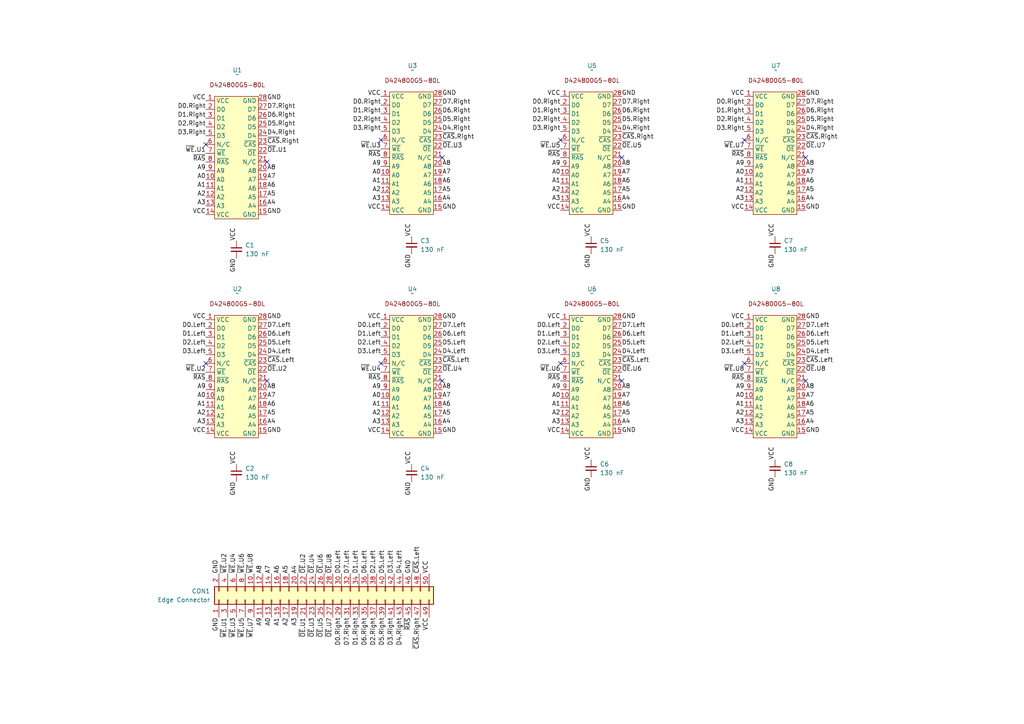
<source format=kicad_sch>
(kicad_sch
	(version 20231120)
	(generator "eeschema")
	(generator_version "8.0")
	(uuid "6f358061-eb2f-40bb-b55d-d962f2c56eac")
	(paper "A4")
	(lib_symbols
		(symbol "!DRAM:D424800"
			(exclude_from_sim no)
			(in_bom yes)
			(on_board yes)
			(property "Reference" "U"
				(at 8.382 6.858 0)
				(effects
					(font
						(size 1.27 1.27)
					)
				)
			)
			(property "Value" ""
				(at 0 0 0)
				(effects
					(font
						(size 1.27 1.27)
					)
				)
			)
			(property "Footprint" ""
				(at 0 0 0)
				(effects
					(font
						(size 1.27 1.27)
					)
					(hide yes)
				)
			)
			(property "Datasheet" ""
				(at 0 0 0)
				(effects
					(font
						(size 1.27 1.27)
					)
					(hide yes)
				)
			)
			(property "Description" ""
				(at 0 0 0)
				(effects
					(font
						(size 1.27 1.27)
					)
					(hide yes)
				)
			)
			(symbol "D424800_0_0"
				(pin power_in line
					(at 0 0 0)
					(length 2.54)
					(name "VCC"
						(effects
							(font
								(size 1.27 1.27)
							)
						)
					)
					(number "1"
						(effects
							(font
								(size 1.27 1.27)
							)
						)
					)
				)
				(pin input line
					(at 0 -22.86 0)
					(length 2.54)
					(name "A0"
						(effects
							(font
								(size 1.27 1.27)
							)
						)
					)
					(number "10"
						(effects
							(font
								(size 1.27 1.27)
							)
						)
					)
				)
				(pin input line
					(at 0 -25.4 0)
					(length 2.54)
					(name "A1"
						(effects
							(font
								(size 1.27 1.27)
							)
						)
					)
					(number "11"
						(effects
							(font
								(size 1.27 1.27)
							)
						)
					)
				)
				(pin input line
					(at 0 -27.94 0)
					(length 2.54)
					(name "A2"
						(effects
							(font
								(size 1.27 1.27)
							)
						)
					)
					(number "12"
						(effects
							(font
								(size 1.27 1.27)
							)
						)
					)
				)
				(pin input line
					(at 0 -30.48 0)
					(length 2.54)
					(name "A3"
						(effects
							(font
								(size 1.27 1.27)
							)
						)
					)
					(number "13"
						(effects
							(font
								(size 1.27 1.27)
							)
						)
					)
				)
				(pin power_in line
					(at 0 -33.02 0)
					(length 2.54)
					(name "VCC"
						(effects
							(font
								(size 1.27 1.27)
							)
						)
					)
					(number "14"
						(effects
							(font
								(size 1.27 1.27)
							)
						)
					)
				)
				(pin power_in line
					(at 17.78 -33.02 180)
					(length 2.54)
					(name "GND"
						(effects
							(font
								(size 1.27 1.27)
							)
						)
					)
					(number "15"
						(effects
							(font
								(size 1.27 1.27)
							)
						)
					)
				)
				(pin input line
					(at 17.78 -30.48 180)
					(length 2.54)
					(name "A4"
						(effects
							(font
								(size 1.27 1.27)
							)
						)
					)
					(number "16"
						(effects
							(font
								(size 1.27 1.27)
							)
						)
					)
				)
				(pin input line
					(at 17.78 -27.94 180)
					(length 2.54)
					(name "A5"
						(effects
							(font
								(size 1.27 1.27)
							)
						)
					)
					(number "17"
						(effects
							(font
								(size 1.27 1.27)
							)
						)
					)
				)
				(pin input line
					(at 17.78 -25.4 180)
					(length 2.54)
					(name "A6"
						(effects
							(font
								(size 1.27 1.27)
							)
						)
					)
					(number "18"
						(effects
							(font
								(size 1.27 1.27)
							)
						)
					)
				)
				(pin input line
					(at 17.78 -22.86 180)
					(length 2.54)
					(name "A7"
						(effects
							(font
								(size 1.27 1.27)
							)
						)
					)
					(number "19"
						(effects
							(font
								(size 1.27 1.27)
							)
						)
					)
				)
				(pin bidirectional line
					(at 0 -2.54 0)
					(length 2.54)
					(name "D0"
						(effects
							(font
								(size 1.27 1.27)
							)
						)
					)
					(number "2"
						(effects
							(font
								(size 1.27 1.27)
							)
						)
					)
				)
				(pin input line
					(at 17.78 -20.32 180)
					(length 2.54)
					(name "A8"
						(effects
							(font
								(size 1.27 1.27)
							)
						)
					)
					(number "20"
						(effects
							(font
								(size 1.27 1.27)
							)
						)
					)
				)
				(pin passive line
					(at 17.78 -17.78 180)
					(length 2.54)
					(name "N/C"
						(effects
							(font
								(size 1.27 1.27)
							)
						)
					)
					(number "21"
						(effects
							(font
								(size 1.27 1.27)
							)
						)
					)
				)
				(pin input line
					(at 17.78 -15.24 180)
					(length 2.54)
					(name "~{OE}"
						(effects
							(font
								(size 1.27 1.27)
							)
						)
					)
					(number "22"
						(effects
							(font
								(size 1.27 1.27)
							)
						)
					)
				)
				(pin input line
					(at 17.78 -12.7 180)
					(length 2.54)
					(name "~{CAS}"
						(effects
							(font
								(size 1.27 1.27)
							)
						)
					)
					(number "23"
						(effects
							(font
								(size 1.27 1.27)
							)
						)
					)
				)
				(pin bidirectional line
					(at 17.78 -10.16 180)
					(length 2.54)
					(name "D4"
						(effects
							(font
								(size 1.27 1.27)
							)
						)
					)
					(number "24"
						(effects
							(font
								(size 1.27 1.27)
							)
						)
					)
				)
				(pin bidirectional line
					(at 17.78 -7.62 180)
					(length 2.54)
					(name "D5"
						(effects
							(font
								(size 1.27 1.27)
							)
						)
					)
					(number "25"
						(effects
							(font
								(size 1.27 1.27)
							)
						)
					)
				)
				(pin bidirectional line
					(at 17.78 -5.08 180)
					(length 2.54)
					(name "D6"
						(effects
							(font
								(size 1.27 1.27)
							)
						)
					)
					(number "26"
						(effects
							(font
								(size 1.27 1.27)
							)
						)
					)
				)
				(pin bidirectional line
					(at 17.78 -2.54 180)
					(length 2.54)
					(name "D7"
						(effects
							(font
								(size 1.27 1.27)
							)
						)
					)
					(number "27"
						(effects
							(font
								(size 1.27 1.27)
							)
						)
					)
				)
				(pin power_in line
					(at 17.78 0 180)
					(length 2.54)
					(name "GND"
						(effects
							(font
								(size 1.27 1.27)
							)
						)
					)
					(number "28"
						(effects
							(font
								(size 1.27 1.27)
							)
						)
					)
				)
				(pin bidirectional line
					(at 0 -5.08 0)
					(length 2.54)
					(name "D1"
						(effects
							(font
								(size 1.27 1.27)
							)
						)
					)
					(number "3"
						(effects
							(font
								(size 1.27 1.27)
							)
						)
					)
				)
				(pin bidirectional line
					(at 0 -7.62 0)
					(length 2.54)
					(name "D2"
						(effects
							(font
								(size 1.27 1.27)
							)
						)
					)
					(number "4"
						(effects
							(font
								(size 1.27 1.27)
							)
						)
					)
				)
				(pin bidirectional line
					(at 0 -10.16 0)
					(length 2.54)
					(name "D3"
						(effects
							(font
								(size 1.27 1.27)
							)
						)
					)
					(number "5"
						(effects
							(font
								(size 1.27 1.27)
							)
						)
					)
				)
				(pin passive line
					(at 0 -12.7 0)
					(length 2.54)
					(name "N/C"
						(effects
							(font
								(size 1.27 1.27)
							)
						)
					)
					(number "6"
						(effects
							(font
								(size 1.27 1.27)
							)
						)
					)
				)
				(pin input line
					(at 0 -15.24 0)
					(length 2.54)
					(name "~{WE}"
						(effects
							(font
								(size 1.27 1.27)
							)
						)
					)
					(number "7"
						(effects
							(font
								(size 1.27 1.27)
							)
						)
					)
				)
				(pin input line
					(at 0 -17.78 0)
					(length 2.54)
					(name "~{RAS}"
						(effects
							(font
								(size 1.27 1.27)
							)
						)
					)
					(number "8"
						(effects
							(font
								(size 1.27 1.27)
							)
						)
					)
				)
				(pin input line
					(at 0 -20.32 0)
					(length 2.54)
					(name "A9"
						(effects
							(font
								(size 1.27 1.27)
							)
						)
					)
					(number "9"
						(effects
							(font
								(size 1.27 1.27)
							)
						)
					)
				)
			)
			(symbol "D424800_1_1"
				(rectangle
					(start 2.54 1.27)
					(end 15.24 -34.29)
					(stroke
						(width 0)
						(type default)
					)
					(fill
						(type background)
					)
				)
				(text "D424800G5-80L"
					(at 9.144 4.572 0)
					(effects
						(font
							(size 1.27 1.27)
						)
					)
				)
			)
		)
		(symbol "Connector_Generic:Conn_02x25_Odd_Even"
			(pin_names
				(offset 1.016) hide)
			(exclude_from_sim no)
			(in_bom yes)
			(on_board yes)
			(property "Reference" "J"
				(at 1.27 33.02 0)
				(effects
					(font
						(size 1.27 1.27)
					)
				)
			)
			(property "Value" "Conn_02x25_Odd_Even"
				(at 1.27 -33.02 0)
				(effects
					(font
						(size 1.27 1.27)
					)
				)
			)
			(property "Footprint" ""
				(at 0 0 0)
				(effects
					(font
						(size 1.27 1.27)
					)
					(hide yes)
				)
			)
			(property "Datasheet" "~"
				(at 0 0 0)
				(effects
					(font
						(size 1.27 1.27)
					)
					(hide yes)
				)
			)
			(property "Description" "Generic connector, double row, 02x25, odd/even pin numbering scheme (row 1 odd numbers, row 2 even numbers), script generated (kicad-library-utils/schlib/autogen/connector/)"
				(at 0 0 0)
				(effects
					(font
						(size 1.27 1.27)
					)
					(hide yes)
				)
			)
			(property "ki_keywords" "connector"
				(at 0 0 0)
				(effects
					(font
						(size 1.27 1.27)
					)
					(hide yes)
				)
			)
			(property "ki_fp_filters" "Connector*:*_2x??_*"
				(at 0 0 0)
				(effects
					(font
						(size 1.27 1.27)
					)
					(hide yes)
				)
			)
			(symbol "Conn_02x25_Odd_Even_1_1"
				(rectangle
					(start -1.27 -30.353)
					(end 0 -30.607)
					(stroke
						(width 0.1524)
						(type default)
					)
					(fill
						(type none)
					)
				)
				(rectangle
					(start -1.27 -27.813)
					(end 0 -28.067)
					(stroke
						(width 0.1524)
						(type default)
					)
					(fill
						(type none)
					)
				)
				(rectangle
					(start -1.27 -25.273)
					(end 0 -25.527)
					(stroke
						(width 0.1524)
						(type default)
					)
					(fill
						(type none)
					)
				)
				(rectangle
					(start -1.27 -22.733)
					(end 0 -22.987)
					(stroke
						(width 0.1524)
						(type default)
					)
					(fill
						(type none)
					)
				)
				(rectangle
					(start -1.27 -20.193)
					(end 0 -20.447)
					(stroke
						(width 0.1524)
						(type default)
					)
					(fill
						(type none)
					)
				)
				(rectangle
					(start -1.27 -17.653)
					(end 0 -17.907)
					(stroke
						(width 0.1524)
						(type default)
					)
					(fill
						(type none)
					)
				)
				(rectangle
					(start -1.27 -15.113)
					(end 0 -15.367)
					(stroke
						(width 0.1524)
						(type default)
					)
					(fill
						(type none)
					)
				)
				(rectangle
					(start -1.27 -12.573)
					(end 0 -12.827)
					(stroke
						(width 0.1524)
						(type default)
					)
					(fill
						(type none)
					)
				)
				(rectangle
					(start -1.27 -10.033)
					(end 0 -10.287)
					(stroke
						(width 0.1524)
						(type default)
					)
					(fill
						(type none)
					)
				)
				(rectangle
					(start -1.27 -7.493)
					(end 0 -7.747)
					(stroke
						(width 0.1524)
						(type default)
					)
					(fill
						(type none)
					)
				)
				(rectangle
					(start -1.27 -4.953)
					(end 0 -5.207)
					(stroke
						(width 0.1524)
						(type default)
					)
					(fill
						(type none)
					)
				)
				(rectangle
					(start -1.27 -2.413)
					(end 0 -2.667)
					(stroke
						(width 0.1524)
						(type default)
					)
					(fill
						(type none)
					)
				)
				(rectangle
					(start -1.27 0.127)
					(end 0 -0.127)
					(stroke
						(width 0.1524)
						(type default)
					)
					(fill
						(type none)
					)
				)
				(rectangle
					(start -1.27 2.667)
					(end 0 2.413)
					(stroke
						(width 0.1524)
						(type default)
					)
					(fill
						(type none)
					)
				)
				(rectangle
					(start -1.27 5.207)
					(end 0 4.953)
					(stroke
						(width 0.1524)
						(type default)
					)
					(fill
						(type none)
					)
				)
				(rectangle
					(start -1.27 7.747)
					(end 0 7.493)
					(stroke
						(width 0.1524)
						(type default)
					)
					(fill
						(type none)
					)
				)
				(rectangle
					(start -1.27 10.287)
					(end 0 10.033)
					(stroke
						(width 0.1524)
						(type default)
					)
					(fill
						(type none)
					)
				)
				(rectangle
					(start -1.27 12.827)
					(end 0 12.573)
					(stroke
						(width 0.1524)
						(type default)
					)
					(fill
						(type none)
					)
				)
				(rectangle
					(start -1.27 15.367)
					(end 0 15.113)
					(stroke
						(width 0.1524)
						(type default)
					)
					(fill
						(type none)
					)
				)
				(rectangle
					(start -1.27 17.907)
					(end 0 17.653)
					(stroke
						(width 0.1524)
						(type default)
					)
					(fill
						(type none)
					)
				)
				(rectangle
					(start -1.27 20.447)
					(end 0 20.193)
					(stroke
						(width 0.1524)
						(type default)
					)
					(fill
						(type none)
					)
				)
				(rectangle
					(start -1.27 22.987)
					(end 0 22.733)
					(stroke
						(width 0.1524)
						(type default)
					)
					(fill
						(type none)
					)
				)
				(rectangle
					(start -1.27 25.527)
					(end 0 25.273)
					(stroke
						(width 0.1524)
						(type default)
					)
					(fill
						(type none)
					)
				)
				(rectangle
					(start -1.27 28.067)
					(end 0 27.813)
					(stroke
						(width 0.1524)
						(type default)
					)
					(fill
						(type none)
					)
				)
				(rectangle
					(start -1.27 30.607)
					(end 0 30.353)
					(stroke
						(width 0.1524)
						(type default)
					)
					(fill
						(type none)
					)
				)
				(rectangle
					(start -1.27 31.75)
					(end 3.81 -31.75)
					(stroke
						(width 0.254)
						(type default)
					)
					(fill
						(type background)
					)
				)
				(rectangle
					(start 3.81 -30.353)
					(end 2.54 -30.607)
					(stroke
						(width 0.1524)
						(type default)
					)
					(fill
						(type none)
					)
				)
				(rectangle
					(start 3.81 -27.813)
					(end 2.54 -28.067)
					(stroke
						(width 0.1524)
						(type default)
					)
					(fill
						(type none)
					)
				)
				(rectangle
					(start 3.81 -25.273)
					(end 2.54 -25.527)
					(stroke
						(width 0.1524)
						(type default)
					)
					(fill
						(type none)
					)
				)
				(rectangle
					(start 3.81 -22.733)
					(end 2.54 -22.987)
					(stroke
						(width 0.1524)
						(type default)
					)
					(fill
						(type none)
					)
				)
				(rectangle
					(start 3.81 -20.193)
					(end 2.54 -20.447)
					(stroke
						(width 0.1524)
						(type default)
					)
					(fill
						(type none)
					)
				)
				(rectangle
					(start 3.81 -17.653)
					(end 2.54 -17.907)
					(stroke
						(width 0.1524)
						(type default)
					)
					(fill
						(type none)
					)
				)
				(rectangle
					(start 3.81 -15.113)
					(end 2.54 -15.367)
					(stroke
						(width 0.1524)
						(type default)
					)
					(fill
						(type none)
					)
				)
				(rectangle
					(start 3.81 -12.573)
					(end 2.54 -12.827)
					(stroke
						(width 0.1524)
						(type default)
					)
					(fill
						(type none)
					)
				)
				(rectangle
					(start 3.81 -10.033)
					(end 2.54 -10.287)
					(stroke
						(width 0.1524)
						(type default)
					)
					(fill
						(type none)
					)
				)
				(rectangle
					(start 3.81 -7.493)
					(end 2.54 -7.747)
					(stroke
						(width 0.1524)
						(type default)
					)
					(fill
						(type none)
					)
				)
				(rectangle
					(start 3.81 -4.953)
					(end 2.54 -5.207)
					(stroke
						(width 0.1524)
						(type default)
					)
					(fill
						(type none)
					)
				)
				(rectangle
					(start 3.81 -2.413)
					(end 2.54 -2.667)
					(stroke
						(width 0.1524)
						(type default)
					)
					(fill
						(type none)
					)
				)
				(rectangle
					(start 3.81 0.127)
					(end 2.54 -0.127)
					(stroke
						(width 0.1524)
						(type default)
					)
					(fill
						(type none)
					)
				)
				(rectangle
					(start 3.81 2.667)
					(end 2.54 2.413)
					(stroke
						(width 0.1524)
						(type default)
					)
					(fill
						(type none)
					)
				)
				(rectangle
					(start 3.81 5.207)
					(end 2.54 4.953)
					(stroke
						(width 0.1524)
						(type default)
					)
					(fill
						(type none)
					)
				)
				(rectangle
					(start 3.81 7.747)
					(end 2.54 7.493)
					(stroke
						(width 0.1524)
						(type default)
					)
					(fill
						(type none)
					)
				)
				(rectangle
					(start 3.81 10.287)
					(end 2.54 10.033)
					(stroke
						(width 0.1524)
						(type default)
					)
					(fill
						(type none)
					)
				)
				(rectangle
					(start 3.81 12.827)
					(end 2.54 12.573)
					(stroke
						(width 0.1524)
						(type default)
					)
					(fill
						(type none)
					)
				)
				(rectangle
					(start 3.81 15.367)
					(end 2.54 15.113)
					(stroke
						(width 0.1524)
						(type default)
					)
					(fill
						(type none)
					)
				)
				(rectangle
					(start 3.81 17.907)
					(end 2.54 17.653)
					(stroke
						(width 0.1524)
						(type default)
					)
					(fill
						(type none)
					)
				)
				(rectangle
					(start 3.81 20.447)
					(end 2.54 20.193)
					(stroke
						(width 0.1524)
						(type default)
					)
					(fill
						(type none)
					)
				)
				(rectangle
					(start 3.81 22.987)
					(end 2.54 22.733)
					(stroke
						(width 0.1524)
						(type default)
					)
					(fill
						(type none)
					)
				)
				(rectangle
					(start 3.81 25.527)
					(end 2.54 25.273)
					(stroke
						(width 0.1524)
						(type default)
					)
					(fill
						(type none)
					)
				)
				(rectangle
					(start 3.81 28.067)
					(end 2.54 27.813)
					(stroke
						(width 0.1524)
						(type default)
					)
					(fill
						(type none)
					)
				)
				(rectangle
					(start 3.81 30.607)
					(end 2.54 30.353)
					(stroke
						(width 0.1524)
						(type default)
					)
					(fill
						(type none)
					)
				)
				(pin passive line
					(at -5.08 30.48 0)
					(length 3.81)
					(name "Pin_1"
						(effects
							(font
								(size 1.27 1.27)
							)
						)
					)
					(number "1"
						(effects
							(font
								(size 1.27 1.27)
							)
						)
					)
				)
				(pin passive line
					(at 7.62 20.32 180)
					(length 3.81)
					(name "Pin_10"
						(effects
							(font
								(size 1.27 1.27)
							)
						)
					)
					(number "10"
						(effects
							(font
								(size 1.27 1.27)
							)
						)
					)
				)
				(pin passive line
					(at -5.08 17.78 0)
					(length 3.81)
					(name "Pin_11"
						(effects
							(font
								(size 1.27 1.27)
							)
						)
					)
					(number "11"
						(effects
							(font
								(size 1.27 1.27)
							)
						)
					)
				)
				(pin passive line
					(at 7.62 17.78 180)
					(length 3.81)
					(name "Pin_12"
						(effects
							(font
								(size 1.27 1.27)
							)
						)
					)
					(number "12"
						(effects
							(font
								(size 1.27 1.27)
							)
						)
					)
				)
				(pin passive line
					(at -5.08 15.24 0)
					(length 3.81)
					(name "Pin_13"
						(effects
							(font
								(size 1.27 1.27)
							)
						)
					)
					(number "13"
						(effects
							(font
								(size 1.27 1.27)
							)
						)
					)
				)
				(pin passive line
					(at 7.62 15.24 180)
					(length 3.81)
					(name "Pin_14"
						(effects
							(font
								(size 1.27 1.27)
							)
						)
					)
					(number "14"
						(effects
							(font
								(size 1.27 1.27)
							)
						)
					)
				)
				(pin passive line
					(at -5.08 12.7 0)
					(length 3.81)
					(name "Pin_15"
						(effects
							(font
								(size 1.27 1.27)
							)
						)
					)
					(number "15"
						(effects
							(font
								(size 1.27 1.27)
							)
						)
					)
				)
				(pin passive line
					(at 7.62 12.7 180)
					(length 3.81)
					(name "Pin_16"
						(effects
							(font
								(size 1.27 1.27)
							)
						)
					)
					(number "16"
						(effects
							(font
								(size 1.27 1.27)
							)
						)
					)
				)
				(pin passive line
					(at -5.08 10.16 0)
					(length 3.81)
					(name "Pin_17"
						(effects
							(font
								(size 1.27 1.27)
							)
						)
					)
					(number "17"
						(effects
							(font
								(size 1.27 1.27)
							)
						)
					)
				)
				(pin passive line
					(at 7.62 10.16 180)
					(length 3.81)
					(name "Pin_18"
						(effects
							(font
								(size 1.27 1.27)
							)
						)
					)
					(number "18"
						(effects
							(font
								(size 1.27 1.27)
							)
						)
					)
				)
				(pin passive line
					(at -5.08 7.62 0)
					(length 3.81)
					(name "Pin_19"
						(effects
							(font
								(size 1.27 1.27)
							)
						)
					)
					(number "19"
						(effects
							(font
								(size 1.27 1.27)
							)
						)
					)
				)
				(pin passive line
					(at 7.62 30.48 180)
					(length 3.81)
					(name "Pin_2"
						(effects
							(font
								(size 1.27 1.27)
							)
						)
					)
					(number "2"
						(effects
							(font
								(size 1.27 1.27)
							)
						)
					)
				)
				(pin passive line
					(at 7.62 7.62 180)
					(length 3.81)
					(name "Pin_20"
						(effects
							(font
								(size 1.27 1.27)
							)
						)
					)
					(number "20"
						(effects
							(font
								(size 1.27 1.27)
							)
						)
					)
				)
				(pin passive line
					(at -5.08 5.08 0)
					(length 3.81)
					(name "Pin_21"
						(effects
							(font
								(size 1.27 1.27)
							)
						)
					)
					(number "21"
						(effects
							(font
								(size 1.27 1.27)
							)
						)
					)
				)
				(pin passive line
					(at 7.62 5.08 180)
					(length 3.81)
					(name "Pin_22"
						(effects
							(font
								(size 1.27 1.27)
							)
						)
					)
					(number "22"
						(effects
							(font
								(size 1.27 1.27)
							)
						)
					)
				)
				(pin passive line
					(at -5.08 2.54 0)
					(length 3.81)
					(name "Pin_23"
						(effects
							(font
								(size 1.27 1.27)
							)
						)
					)
					(number "23"
						(effects
							(font
								(size 1.27 1.27)
							)
						)
					)
				)
				(pin passive line
					(at 7.62 2.54 180)
					(length 3.81)
					(name "Pin_24"
						(effects
							(font
								(size 1.27 1.27)
							)
						)
					)
					(number "24"
						(effects
							(font
								(size 1.27 1.27)
							)
						)
					)
				)
				(pin passive line
					(at -5.08 0 0)
					(length 3.81)
					(name "Pin_25"
						(effects
							(font
								(size 1.27 1.27)
							)
						)
					)
					(number "25"
						(effects
							(font
								(size 1.27 1.27)
							)
						)
					)
				)
				(pin passive line
					(at 7.62 0 180)
					(length 3.81)
					(name "Pin_26"
						(effects
							(font
								(size 1.27 1.27)
							)
						)
					)
					(number "26"
						(effects
							(font
								(size 1.27 1.27)
							)
						)
					)
				)
				(pin passive line
					(at -5.08 -2.54 0)
					(length 3.81)
					(name "Pin_27"
						(effects
							(font
								(size 1.27 1.27)
							)
						)
					)
					(number "27"
						(effects
							(font
								(size 1.27 1.27)
							)
						)
					)
				)
				(pin passive line
					(at 7.62 -2.54 180)
					(length 3.81)
					(name "Pin_28"
						(effects
							(font
								(size 1.27 1.27)
							)
						)
					)
					(number "28"
						(effects
							(font
								(size 1.27 1.27)
							)
						)
					)
				)
				(pin passive line
					(at -5.08 -5.08 0)
					(length 3.81)
					(name "Pin_29"
						(effects
							(font
								(size 1.27 1.27)
							)
						)
					)
					(number "29"
						(effects
							(font
								(size 1.27 1.27)
							)
						)
					)
				)
				(pin passive line
					(at -5.08 27.94 0)
					(length 3.81)
					(name "Pin_3"
						(effects
							(font
								(size 1.27 1.27)
							)
						)
					)
					(number "3"
						(effects
							(font
								(size 1.27 1.27)
							)
						)
					)
				)
				(pin passive line
					(at 7.62 -5.08 180)
					(length 3.81)
					(name "Pin_30"
						(effects
							(font
								(size 1.27 1.27)
							)
						)
					)
					(number "30"
						(effects
							(font
								(size 1.27 1.27)
							)
						)
					)
				)
				(pin passive line
					(at -5.08 -7.62 0)
					(length 3.81)
					(name "Pin_31"
						(effects
							(font
								(size 1.27 1.27)
							)
						)
					)
					(number "31"
						(effects
							(font
								(size 1.27 1.27)
							)
						)
					)
				)
				(pin passive line
					(at 7.62 -7.62 180)
					(length 3.81)
					(name "Pin_32"
						(effects
							(font
								(size 1.27 1.27)
							)
						)
					)
					(number "32"
						(effects
							(font
								(size 1.27 1.27)
							)
						)
					)
				)
				(pin passive line
					(at -5.08 -10.16 0)
					(length 3.81)
					(name "Pin_33"
						(effects
							(font
								(size 1.27 1.27)
							)
						)
					)
					(number "33"
						(effects
							(font
								(size 1.27 1.27)
							)
						)
					)
				)
				(pin passive line
					(at 7.62 -10.16 180)
					(length 3.81)
					(name "Pin_34"
						(effects
							(font
								(size 1.27 1.27)
							)
						)
					)
					(number "34"
						(effects
							(font
								(size 1.27 1.27)
							)
						)
					)
				)
				(pin passive line
					(at -5.08 -12.7 0)
					(length 3.81)
					(name "Pin_35"
						(effects
							(font
								(size 1.27 1.27)
							)
						)
					)
					(number "35"
						(effects
							(font
								(size 1.27 1.27)
							)
						)
					)
				)
				(pin passive line
					(at 7.62 -12.7 180)
					(length 3.81)
					(name "Pin_36"
						(effects
							(font
								(size 1.27 1.27)
							)
						)
					)
					(number "36"
						(effects
							(font
								(size 1.27 1.27)
							)
						)
					)
				)
				(pin passive line
					(at -5.08 -15.24 0)
					(length 3.81)
					(name "Pin_37"
						(effects
							(font
								(size 1.27 1.27)
							)
						)
					)
					(number "37"
						(effects
							(font
								(size 1.27 1.27)
							)
						)
					)
				)
				(pin passive line
					(at 7.62 -15.24 180)
					(length 3.81)
					(name "Pin_38"
						(effects
							(font
								(size 1.27 1.27)
							)
						)
					)
					(number "38"
						(effects
							(font
								(size 1.27 1.27)
							)
						)
					)
				)
				(pin passive line
					(at -5.08 -17.78 0)
					(length 3.81)
					(name "Pin_39"
						(effects
							(font
								(size 1.27 1.27)
							)
						)
					)
					(number "39"
						(effects
							(font
								(size 1.27 1.27)
							)
						)
					)
				)
				(pin passive line
					(at 7.62 27.94 180)
					(length 3.81)
					(name "Pin_4"
						(effects
							(font
								(size 1.27 1.27)
							)
						)
					)
					(number "4"
						(effects
							(font
								(size 1.27 1.27)
							)
						)
					)
				)
				(pin passive line
					(at 7.62 -17.78 180)
					(length 3.81)
					(name "Pin_40"
						(effects
							(font
								(size 1.27 1.27)
							)
						)
					)
					(number "40"
						(effects
							(font
								(size 1.27 1.27)
							)
						)
					)
				)
				(pin passive line
					(at -5.08 -20.32 0)
					(length 3.81)
					(name "Pin_41"
						(effects
							(font
								(size 1.27 1.27)
							)
						)
					)
					(number "41"
						(effects
							(font
								(size 1.27 1.27)
							)
						)
					)
				)
				(pin passive line
					(at 7.62 -20.32 180)
					(length 3.81)
					(name "Pin_42"
						(effects
							(font
								(size 1.27 1.27)
							)
						)
					)
					(number "42"
						(effects
							(font
								(size 1.27 1.27)
							)
						)
					)
				)
				(pin passive line
					(at -5.08 -22.86 0)
					(length 3.81)
					(name "Pin_43"
						(effects
							(font
								(size 1.27 1.27)
							)
						)
					)
					(number "43"
						(effects
							(font
								(size 1.27 1.27)
							)
						)
					)
				)
				(pin passive line
					(at 7.62 -22.86 180)
					(length 3.81)
					(name "Pin_44"
						(effects
							(font
								(size 1.27 1.27)
							)
						)
					)
					(number "44"
						(effects
							(font
								(size 1.27 1.27)
							)
						)
					)
				)
				(pin passive line
					(at -5.08 -25.4 0)
					(length 3.81)
					(name "Pin_45"
						(effects
							(font
								(size 1.27 1.27)
							)
						)
					)
					(number "45"
						(effects
							(font
								(size 1.27 1.27)
							)
						)
					)
				)
				(pin passive line
					(at 7.62 -25.4 180)
					(length 3.81)
					(name "Pin_46"
						(effects
							(font
								(size 1.27 1.27)
							)
						)
					)
					(number "46"
						(effects
							(font
								(size 1.27 1.27)
							)
						)
					)
				)
				(pin passive line
					(at -5.08 -27.94 0)
					(length 3.81)
					(name "Pin_47"
						(effects
							(font
								(size 1.27 1.27)
							)
						)
					)
					(number "47"
						(effects
							(font
								(size 1.27 1.27)
							)
						)
					)
				)
				(pin passive line
					(at 7.62 -27.94 180)
					(length 3.81)
					(name "Pin_48"
						(effects
							(font
								(size 1.27 1.27)
							)
						)
					)
					(number "48"
						(effects
							(font
								(size 1.27 1.27)
							)
						)
					)
				)
				(pin passive line
					(at -5.08 -30.48 0)
					(length 3.81)
					(name "Pin_49"
						(effects
							(font
								(size 1.27 1.27)
							)
						)
					)
					(number "49"
						(effects
							(font
								(size 1.27 1.27)
							)
						)
					)
				)
				(pin passive line
					(at -5.08 25.4 0)
					(length 3.81)
					(name "Pin_5"
						(effects
							(font
								(size 1.27 1.27)
							)
						)
					)
					(number "5"
						(effects
							(font
								(size 1.27 1.27)
							)
						)
					)
				)
				(pin passive line
					(at 7.62 -30.48 180)
					(length 3.81)
					(name "Pin_50"
						(effects
							(font
								(size 1.27 1.27)
							)
						)
					)
					(number "50"
						(effects
							(font
								(size 1.27 1.27)
							)
						)
					)
				)
				(pin passive line
					(at 7.62 25.4 180)
					(length 3.81)
					(name "Pin_6"
						(effects
							(font
								(size 1.27 1.27)
							)
						)
					)
					(number "6"
						(effects
							(font
								(size 1.27 1.27)
							)
						)
					)
				)
				(pin passive line
					(at -5.08 22.86 0)
					(length 3.81)
					(name "Pin_7"
						(effects
							(font
								(size 1.27 1.27)
							)
						)
					)
					(number "7"
						(effects
							(font
								(size 1.27 1.27)
							)
						)
					)
				)
				(pin passive line
					(at 7.62 22.86 180)
					(length 3.81)
					(name "Pin_8"
						(effects
							(font
								(size 1.27 1.27)
							)
						)
					)
					(number "8"
						(effects
							(font
								(size 1.27 1.27)
							)
						)
					)
				)
				(pin passive line
					(at -5.08 20.32 0)
					(length 3.81)
					(name "Pin_9"
						(effects
							(font
								(size 1.27 1.27)
							)
						)
					)
					(number "9"
						(effects
							(font
								(size 1.27 1.27)
							)
						)
					)
				)
			)
		)
		(symbol "Device:C_Small"
			(pin_numbers hide)
			(pin_names
				(offset 0.254) hide)
			(exclude_from_sim no)
			(in_bom yes)
			(on_board yes)
			(property "Reference" "C"
				(at 0.254 1.778 0)
				(effects
					(font
						(size 1.27 1.27)
					)
					(justify left)
				)
			)
			(property "Value" "C_Small"
				(at 0.254 -2.032 0)
				(effects
					(font
						(size 1.27 1.27)
					)
					(justify left)
				)
			)
			(property "Footprint" ""
				(at 0 0 0)
				(effects
					(font
						(size 1.27 1.27)
					)
					(hide yes)
				)
			)
			(property "Datasheet" "~"
				(at 0 0 0)
				(effects
					(font
						(size 1.27 1.27)
					)
					(hide yes)
				)
			)
			(property "Description" "Unpolarized capacitor, small symbol"
				(at 0 0 0)
				(effects
					(font
						(size 1.27 1.27)
					)
					(hide yes)
				)
			)
			(property "ki_keywords" "capacitor cap"
				(at 0 0 0)
				(effects
					(font
						(size 1.27 1.27)
					)
					(hide yes)
				)
			)
			(property "ki_fp_filters" "C_*"
				(at 0 0 0)
				(effects
					(font
						(size 1.27 1.27)
					)
					(hide yes)
				)
			)
			(symbol "C_Small_0_1"
				(polyline
					(pts
						(xy -1.524 -0.508) (xy 1.524 -0.508)
					)
					(stroke
						(width 0.3302)
						(type default)
					)
					(fill
						(type none)
					)
				)
				(polyline
					(pts
						(xy -1.524 0.508) (xy 1.524 0.508)
					)
					(stroke
						(width 0.3048)
						(type default)
					)
					(fill
						(type none)
					)
				)
			)
			(symbol "C_Small_1_1"
				(pin passive line
					(at 0 2.54 270)
					(length 2.032)
					(name "~"
						(effects
							(font
								(size 1.27 1.27)
							)
						)
					)
					(number "1"
						(effects
							(font
								(size 1.27 1.27)
							)
						)
					)
				)
				(pin passive line
					(at 0 -2.54 90)
					(length 2.032)
					(name "~"
						(effects
							(font
								(size 1.27 1.27)
							)
						)
					)
					(number "2"
						(effects
							(font
								(size 1.27 1.27)
							)
						)
					)
				)
			)
		)
	)
	(no_connect
		(at 128.27 45.72)
		(uuid "23ca068a-1719-4c72-a52a-bc0bc5c042af")
	)
	(no_connect
		(at 233.68 110.49)
		(uuid "2830d93d-4e98-4865-8acd-ca726f9ab7ea")
	)
	(no_connect
		(at 215.9 105.41)
		(uuid "32d6affc-a9d6-405e-a9b2-5839038920b9")
	)
	(no_connect
		(at 180.34 110.49)
		(uuid "3f7593c2-987f-4247-a710-189fa70f6a70")
	)
	(no_connect
		(at 110.49 105.41)
		(uuid "405d70e9-7621-4878-876f-96dfd66b2760")
	)
	(no_connect
		(at 59.69 41.91)
		(uuid "4399d8bc-4069-429c-af90-e601a09644b4")
	)
	(no_connect
		(at 77.47 46.99)
		(uuid "570bcf12-9b6a-45a4-b1bf-f8dcbc61cd90")
	)
	(no_connect
		(at 215.9 40.64)
		(uuid "67b27c76-01be-43be-9eb8-7f17f6d786b2")
	)
	(no_connect
		(at 233.68 45.72)
		(uuid "772315a5-5d12-433d-b0c2-dd3b4a7d9ad2")
	)
	(no_connect
		(at 128.27 110.49)
		(uuid "895f1b67-2067-44ae-ad88-ea6f4d1c9246")
	)
	(no_connect
		(at 110.49 40.64)
		(uuid "98ae14bc-7a9f-4c49-ac87-8da80099b603")
	)
	(no_connect
		(at 162.56 40.64)
		(uuid "9f5a0f83-e29b-4164-b996-599410e9ffb0")
	)
	(no_connect
		(at 180.34 45.72)
		(uuid "d21b2331-cffa-4373-a59c-a77d6d80fd76")
	)
	(no_connect
		(at 162.56 105.41)
		(uuid "df98da7d-58c4-42c9-8ad5-8fa146396848")
	)
	(no_connect
		(at 77.47 110.49)
		(uuid "e6b8c042-892b-4c9a-a3af-9d8eee770e9d")
	)
	(no_connect
		(at 59.69 105.41)
		(uuid "e8f26d1d-8071-462c-91c0-5d2034f1378f")
	)
	(label "A5"
		(at 180.34 55.88 0)
		(fields_autoplaced yes)
		(effects
			(font
				(size 1.27 1.27)
			)
			(justify left bottom)
		)
		(uuid "006bc4fe-34df-4800-a7e0-cc8659907cb2")
	)
	(label "~{RAS}"
		(at 119.38 179.07 270)
		(fields_autoplaced yes)
		(effects
			(font
				(size 1.27 1.27)
			)
			(justify right bottom)
		)
		(uuid "00e1d4a9-6304-4c68-b61a-a5c1ea522ec7")
	)
	(label "A0"
		(at 78.74 179.07 270)
		(fields_autoplaced yes)
		(effects
			(font
				(size 1.27 1.27)
			)
			(justify right bottom)
		)
		(uuid "01772c0d-0282-4343-92f6-80b89db41aca")
	)
	(label "A3"
		(at 86.36 179.07 270)
		(fields_autoplaced yes)
		(effects
			(font
				(size 1.27 1.27)
			)
			(justify right bottom)
		)
		(uuid "01a65d17-535b-4380-a320-0cc4047ba6aa")
	)
	(label "A0"
		(at 110.49 50.8 180)
		(fields_autoplaced yes)
		(effects
			(font
				(size 1.27 1.27)
			)
			(justify right bottom)
		)
		(uuid "0599e56a-7512-4475-9a0e-db933412974d")
	)
	(label "~{WE}.U6"
		(at 71.12 166.37 90)
		(fields_autoplaced yes)
		(effects
			(font
				(size 1.27 1.27)
			)
			(justify left bottom)
		)
		(uuid "069fef7f-c86b-4948-8f63-a61b7a1a10a4")
	)
	(label "~{OE}.U7"
		(at 96.52 179.07 270)
		(fields_autoplaced yes)
		(effects
			(font
				(size 1.27 1.27)
			)
			(justify right bottom)
		)
		(uuid "06ab11ae-1b11-4cec-8d46-95612caa9f40")
	)
	(label "VCC"
		(at 224.79 68.58 90)
		(fields_autoplaced yes)
		(effects
			(font
				(size 1.27 1.27)
			)
			(justify left bottom)
		)
		(uuid "08884d9e-fe96-42b7-bc20-e7e14eb6bfdb")
	)
	(label "D4.Left"
		(at 180.34 102.87 0)
		(fields_autoplaced yes)
		(effects
			(font
				(size 1.27 1.27)
			)
			(justify left bottom)
		)
		(uuid "08dd5b90-72bd-487e-a6b4-6aec9fec38e7")
	)
	(label "D3.Right"
		(at 215.9 38.1 180)
		(fields_autoplaced yes)
		(effects
			(font
				(size 1.27 1.27)
			)
			(justify right bottom)
		)
		(uuid "09111b0c-c121-4705-8f3b-eea59f45c839")
	)
	(label "~{OE}.U4"
		(at 128.27 107.95 0)
		(fields_autoplaced yes)
		(effects
			(font
				(size 1.27 1.27)
			)
			(justify left bottom)
		)
		(uuid "09b12a07-de90-48d0-b910-8a19e935aa5a")
	)
	(label "A6"
		(at 77.47 118.11 0)
		(fields_autoplaced yes)
		(effects
			(font
				(size 1.27 1.27)
			)
			(justify left bottom)
		)
		(uuid "0a1010af-10eb-4f01-8987-989ff258802a")
	)
	(label "A5"
		(at 128.27 55.88 0)
		(fields_autoplaced yes)
		(effects
			(font
				(size 1.27 1.27)
			)
			(justify left bottom)
		)
		(uuid "0a1c413e-0d5f-4d6b-b808-577df9f7fe0c")
	)
	(label "A6"
		(at 77.47 54.61 0)
		(fields_autoplaced yes)
		(effects
			(font
				(size 1.27 1.27)
			)
			(justify left bottom)
		)
		(uuid "0ba591cf-79ef-4146-8bde-3f17d945f2e4")
	)
	(label "A6"
		(at 180.34 118.11 0)
		(fields_autoplaced yes)
		(effects
			(font
				(size 1.27 1.27)
			)
			(justify left bottom)
		)
		(uuid "0c08e614-02f6-497a-a798-9fa303127593")
	)
	(label "A2"
		(at 83.82 179.07 270)
		(fields_autoplaced yes)
		(effects
			(font
				(size 1.27 1.27)
			)
			(justify right bottom)
		)
		(uuid "0cb4fdc6-aa29-4ccc-aa63-0b7b330ca60f")
	)
	(label "A3"
		(at 215.9 58.42 180)
		(fields_autoplaced yes)
		(effects
			(font
				(size 1.27 1.27)
			)
			(justify right bottom)
		)
		(uuid "0dbc1d02-ff05-4cda-a5d3-462fd5ba2b89")
	)
	(label "~{WE}.U5"
		(at 162.56 43.18 180)
		(fields_autoplaced yes)
		(effects
			(font
				(size 1.27 1.27)
			)
			(justify right bottom)
		)
		(uuid "0de7bb79-a874-44b2-9546-ab4e99fd3806")
	)
	(label "VCC"
		(at 215.9 92.71 180)
		(fields_autoplaced yes)
		(effects
			(font
				(size 1.27 1.27)
			)
			(justify right bottom)
		)
		(uuid "1154a3ad-ea67-4573-90af-eb989f5c720b")
	)
	(label "D3.Left"
		(at 59.69 102.87 180)
		(fields_autoplaced yes)
		(effects
			(font
				(size 1.27 1.27)
			)
			(justify right bottom)
		)
		(uuid "12ab5341-2f5d-405a-a5fa-734abacd7c9f")
	)
	(label "D7.Left"
		(at 128.27 95.25 0)
		(fields_autoplaced yes)
		(effects
			(font
				(size 1.27 1.27)
			)
			(justify left bottom)
		)
		(uuid "14422923-14fe-4339-b0fc-80762b68c7dd")
	)
	(label "~{RAS}"
		(at 110.49 110.49 180)
		(fields_autoplaced yes)
		(effects
			(font
				(size 1.27 1.27)
			)
			(justify right bottom)
		)
		(uuid "14f8e1ee-86b4-4fac-b1bd-db1da3eb89a4")
	)
	(label "GND"
		(at 63.5 179.07 270)
		(fields_autoplaced yes)
		(effects
			(font
				(size 1.27 1.27)
			)
			(justify right bottom)
		)
		(uuid "157247d3-1e97-4e30-a196-8910542b1181")
	)
	(label "VCC"
		(at 215.9 60.96 180)
		(fields_autoplaced yes)
		(effects
			(font
				(size 1.27 1.27)
			)
			(justify right bottom)
		)
		(uuid "161eb831-815e-48d3-8848-602eb9a0f30e")
	)
	(label "VCC"
		(at 124.46 166.37 90)
		(fields_autoplaced yes)
		(effects
			(font
				(size 1.27 1.27)
			)
			(justify left bottom)
		)
		(uuid "174bb2cf-a284-4458-a540-be797246175e")
	)
	(label "VCC"
		(at 215.9 27.94 180)
		(fields_autoplaced yes)
		(effects
			(font
				(size 1.27 1.27)
			)
			(justify right bottom)
		)
		(uuid "17a28297-3565-4842-b71a-996fba2cbd14")
	)
	(label "D3.Right"
		(at 59.69 39.37 180)
		(fields_autoplaced yes)
		(effects
			(font
				(size 1.27 1.27)
			)
			(justify right bottom)
		)
		(uuid "17f9b59f-d324-4824-81eb-6b6631b839d5")
	)
	(label "D6.Left"
		(at 233.68 97.79 0)
		(fields_autoplaced yes)
		(effects
			(font
				(size 1.27 1.27)
			)
			(justify left bottom)
		)
		(uuid "19ae07de-f378-49c7-b2a0-30a5ac0e02db")
	)
	(label "D1.Right"
		(at 215.9 33.02 180)
		(fields_autoplaced yes)
		(effects
			(font
				(size 1.27 1.27)
			)
			(justify right bottom)
		)
		(uuid "1a621a5d-b9f2-4bc7-a1c5-ef99afe8fceb")
	)
	(label "A0"
		(at 110.49 115.57 180)
		(fields_autoplaced yes)
		(effects
			(font
				(size 1.27 1.27)
			)
			(justify right bottom)
		)
		(uuid "1aa6bbba-d09d-4d6b-bfab-bb3b72c9993e")
	)
	(label "A0"
		(at 59.69 52.07 180)
		(fields_autoplaced yes)
		(effects
			(font
				(size 1.27 1.27)
			)
			(justify right bottom)
		)
		(uuid "1aa7318c-8b8d-4551-b146-b23999f4fb15")
	)
	(label "D7.Right"
		(at 128.27 30.48 0)
		(fields_autoplaced yes)
		(effects
			(font
				(size 1.27 1.27)
			)
			(justify left bottom)
		)
		(uuid "1c3d282b-cc92-473e-bb43-d2170935ffb4")
	)
	(label "A7"
		(at 77.47 115.57 0)
		(fields_autoplaced yes)
		(effects
			(font
				(size 1.27 1.27)
			)
			(justify left bottom)
		)
		(uuid "1d20ac7d-6649-4ad4-b0b2-be57fbfdd992")
	)
	(label "GND"
		(at 180.34 125.73 0)
		(fields_autoplaced yes)
		(effects
			(font
				(size 1.27 1.27)
			)
			(justify left bottom)
		)
		(uuid "1d2ac10a-a6e8-41f0-bd68-95c055f02d20")
	)
	(label "D6.Right"
		(at 233.68 33.02 0)
		(fields_autoplaced yes)
		(effects
			(font
				(size 1.27 1.27)
			)
			(justify left bottom)
		)
		(uuid "1e0f3d8a-3d33-4e75-bb95-0202553d2097")
	)
	(label "~{OE}.U2"
		(at 77.47 107.95 0)
		(fields_autoplaced yes)
		(effects
			(font
				(size 1.27 1.27)
			)
			(justify left bottom)
		)
		(uuid "1f0c7b4b-d53c-4088-ae34-bb93f219d46c")
	)
	(label "~{CAS}.Left"
		(at 233.68 105.41 0)
		(fields_autoplaced yes)
		(effects
			(font
				(size 1.27 1.27)
			)
			(justify left bottom)
		)
		(uuid "214fdf01-09b7-4b8c-8777-88deb8754de9")
	)
	(label "VCC"
		(at 59.69 125.73 180)
		(fields_autoplaced yes)
		(effects
			(font
				(size 1.27 1.27)
			)
			(justify right bottom)
		)
		(uuid "22a2594b-4942-4b2c-a4e0-4310fdd06dac")
	)
	(label "D5.Right"
		(at 180.34 35.56 0)
		(fields_autoplaced yes)
		(effects
			(font
				(size 1.27 1.27)
			)
			(justify left bottom)
		)
		(uuid "23094c84-99d2-4c6a-9928-f3bda69789e2")
	)
	(label "D5.Right"
		(at 233.68 35.56 0)
		(fields_autoplaced yes)
		(effects
			(font
				(size 1.27 1.27)
			)
			(justify left bottom)
		)
		(uuid "2593f65c-b716-4695-9a92-555eaa4210a0")
	)
	(label "D4.Left"
		(at 233.68 102.87 0)
		(fields_autoplaced yes)
		(effects
			(font
				(size 1.27 1.27)
			)
			(justify left bottom)
		)
		(uuid "2722f6d6-2cec-41ff-847d-292d081a36ee")
	)
	(label "D4.Left"
		(at 116.84 166.37 90)
		(fields_autoplaced yes)
		(effects
			(font
				(size 1.27 1.27)
			)
			(justify left bottom)
		)
		(uuid "28069fa2-706c-43b2-a5cd-13d841b36cd3")
	)
	(label "VCC"
		(at 162.56 60.96 180)
		(fields_autoplaced yes)
		(effects
			(font
				(size 1.27 1.27)
			)
			(justify right bottom)
		)
		(uuid "2836d71f-f1c3-4fb9-bff2-a6856a78cfb5")
	)
	(label "A4"
		(at 233.68 123.19 0)
		(fields_autoplaced yes)
		(effects
			(font
				(size 1.27 1.27)
			)
			(justify left bottom)
		)
		(uuid "29a58f3a-070c-4dad-9f6d-0059e7a2d040")
	)
	(label "D5.Left"
		(at 111.76 166.37 90)
		(fields_autoplaced yes)
		(effects
			(font
				(size 1.27 1.27)
			)
			(justify left bottom)
		)
		(uuid "2a230ed6-3907-40ca-a20d-07ecef4421cd")
	)
	(label "A7"
		(at 128.27 115.57 0)
		(fields_autoplaced yes)
		(effects
			(font
				(size 1.27 1.27)
			)
			(justify left bottom)
		)
		(uuid "2b9cd912-f975-4393-a96c-5f753ee37dcb")
	)
	(label "D7.Right"
		(at 180.34 30.48 0)
		(fields_autoplaced yes)
		(effects
			(font
				(size 1.27 1.27)
			)
			(justify left bottom)
		)
		(uuid "2bc4137c-2ee6-43b7-a81d-6aee34e803e3")
	)
	(label "GND"
		(at 180.34 92.71 0)
		(fields_autoplaced yes)
		(effects
			(font
				(size 1.27 1.27)
			)
			(justify left bottom)
		)
		(uuid "2bd8d55f-dab0-4698-8035-3092c5652903")
	)
	(label "GND"
		(at 119.38 73.66 270)
		(fields_autoplaced yes)
		(effects
			(font
				(size 1.27 1.27)
			)
			(justify right bottom)
		)
		(uuid "2c068f99-198b-412a-863b-0c53c9b7cf1e")
	)
	(label "A7"
		(at 77.47 52.07 0)
		(fields_autoplaced yes)
		(effects
			(font
				(size 1.27 1.27)
			)
			(justify left bottom)
		)
		(uuid "2d0f5f82-ce6e-4f70-bfa4-c181869093df")
	)
	(label "GND"
		(at 233.68 27.94 0)
		(fields_autoplaced yes)
		(effects
			(font
				(size 1.27 1.27)
			)
			(justify left bottom)
		)
		(uuid "2d17164e-935f-461a-9b19-8112b5ad8995")
	)
	(label "GND"
		(at 233.68 125.73 0)
		(fields_autoplaced yes)
		(effects
			(font
				(size 1.27 1.27)
			)
			(justify left bottom)
		)
		(uuid "2d69040a-6965-4cb4-aade-33b47b12d178")
	)
	(label "~{RAS}"
		(at 162.56 110.49 180)
		(fields_autoplaced yes)
		(effects
			(font
				(size 1.27 1.27)
			)
			(justify right bottom)
		)
		(uuid "2db30558-fd73-4971-9dda-1d29bd2de794")
	)
	(label "~{OE}.U7"
		(at 233.68 43.18 0)
		(fields_autoplaced yes)
		(effects
			(font
				(size 1.27 1.27)
			)
			(justify left bottom)
		)
		(uuid "2fb0b2f9-2147-4035-80bb-490bafc305d2")
	)
	(label "D3.Right"
		(at 110.49 38.1 180)
		(fields_autoplaced yes)
		(effects
			(font
				(size 1.27 1.27)
			)
			(justify right bottom)
		)
		(uuid "32d1771a-8907-42a9-8048-60f6c0502103")
	)
	(label "A0"
		(at 162.56 115.57 180)
		(fields_autoplaced yes)
		(effects
			(font
				(size 1.27 1.27)
			)
			(justify right bottom)
		)
		(uuid "32d7e26d-de9f-40bc-ac74-c17b28d40906")
	)
	(label "A1"
		(at 162.56 53.34 180)
		(fields_autoplaced yes)
		(effects
			(font
				(size 1.27 1.27)
			)
			(justify right bottom)
		)
		(uuid "335058c5-c59b-4e11-a60c-116ddb1d4d34")
	)
	(label "A0"
		(at 215.9 50.8 180)
		(fields_autoplaced yes)
		(effects
			(font
				(size 1.27 1.27)
			)
			(justify right bottom)
		)
		(uuid "349c0089-d274-429f-987a-3906afe27785")
	)
	(label "~{OE}.U6"
		(at 93.98 166.37 90)
		(fields_autoplaced yes)
		(effects
			(font
				(size 1.27 1.27)
			)
			(justify left bottom)
		)
		(uuid "3706e34c-d844-41a0-b864-d917d1c77320")
	)
	(label "GND"
		(at 77.47 62.23 0)
		(fields_autoplaced yes)
		(effects
			(font
				(size 1.27 1.27)
			)
			(justify left bottom)
		)
		(uuid "37d88818-b3c9-42da-ae62-3266341681b1")
	)
	(label "A2"
		(at 162.56 55.88 180)
		(fields_autoplaced yes)
		(effects
			(font
				(size 1.27 1.27)
			)
			(justify right bottom)
		)
		(uuid "39b2c0f2-4020-4fa0-8b76-ff4ed3d758ed")
	)
	(label "D1.Right"
		(at 104.14 179.07 270)
		(fields_autoplaced yes)
		(effects
			(font
				(size 1.27 1.27)
			)
			(justify right bottom)
		)
		(uuid "3b0de9e6-c4e4-4cea-b6fb-8fd7053e7f58")
	)
	(label "VCC"
		(at 171.45 133.35 90)
		(fields_autoplaced yes)
		(effects
			(font
				(size 1.27 1.27)
			)
			(justify left bottom)
		)
		(uuid "3c85c619-32fc-47d5-8491-1e4c67edd96f")
	)
	(label "~{WE}.U4"
		(at 110.49 107.95 180)
		(fields_autoplaced yes)
		(effects
			(font
				(size 1.27 1.27)
			)
			(justify right bottom)
		)
		(uuid "3e252d0c-3e5f-4c9c-b865-644c54fc45be")
	)
	(label "VCC"
		(at 59.69 62.23 180)
		(fields_autoplaced yes)
		(effects
			(font
				(size 1.27 1.27)
			)
			(justify right bottom)
		)
		(uuid "3e80e9e1-aa84-4505-b311-34b969512828")
	)
	(label "D3.Left"
		(at 215.9 102.87 180)
		(fields_autoplaced yes)
		(effects
			(font
				(size 1.27 1.27)
			)
			(justify right bottom)
		)
		(uuid "3f11ad30-bafb-4a21-91c7-580b8c5ebde9")
	)
	(label "~{OE}.U8"
		(at 96.52 166.37 90)
		(fields_autoplaced yes)
		(effects
			(font
				(size 1.27 1.27)
			)
			(justify left bottom)
		)
		(uuid "3f3221b7-505d-4585-ba44-2dd9cf70200c")
	)
	(label "D6.Left"
		(at 180.34 97.79 0)
		(fields_autoplaced yes)
		(effects
			(font
				(size 1.27 1.27)
			)
			(justify left bottom)
		)
		(uuid "41866130-3f87-43d2-b8d4-4da70944527e")
	)
	(label "A4"
		(at 77.47 59.69 0)
		(fields_autoplaced yes)
		(effects
			(font
				(size 1.27 1.27)
			)
			(justify left bottom)
		)
		(uuid "44048585-5690-438b-85c7-d38a4ff30b49")
	)
	(label "A5"
		(at 83.82 166.37 90)
		(fields_autoplaced yes)
		(effects
			(font
				(size 1.27 1.27)
			)
			(justify left bottom)
		)
		(uuid "456b357d-a889-4d9e-b8aa-0691932a270a")
	)
	(label "~{WE}.U7"
		(at 73.66 179.07 270)
		(fields_autoplaced yes)
		(effects
			(font
				(size 1.27 1.27)
			)
			(justify right bottom)
		)
		(uuid "45ded846-aece-4d2d-a86f-8e40a58d1b70")
	)
	(label "~{WE}.U3"
		(at 68.58 179.07 270)
		(fields_autoplaced yes)
		(effects
			(font
				(size 1.27 1.27)
			)
			(justify right bottom)
		)
		(uuid "464aff30-d5e3-4682-98ca-c98c24712ac3")
	)
	(label "~{CAS}.Right"
		(at 121.92 179.07 270)
		(fields_autoplaced yes)
		(effects
			(font
				(size 1.27 1.27)
			)
			(justify right bottom)
		)
		(uuid "46556891-66cb-4b6f-970a-9f804f9931ec")
	)
	(label "GND"
		(at 224.79 73.66 270)
		(fields_autoplaced yes)
		(effects
			(font
				(size 1.27 1.27)
			)
			(justify right bottom)
		)
		(uuid "4741d88b-cfe9-4527-a5a7-deecfc94c528")
	)
	(label "A2"
		(at 59.69 57.15 180)
		(fields_autoplaced yes)
		(effects
			(font
				(size 1.27 1.27)
			)
			(justify right bottom)
		)
		(uuid "474d6699-c7f7-46fa-87d5-2eab65819a9b")
	)
	(label "~{RAS}"
		(at 215.9 110.49 180)
		(fields_autoplaced yes)
		(effects
			(font
				(size 1.27 1.27)
			)
			(justify right bottom)
		)
		(uuid "48031814-b605-42f0-a894-3655397240b6")
	)
	(label "A9"
		(at 59.69 113.03 180)
		(fields_autoplaced yes)
		(effects
			(font
				(size 1.27 1.27)
			)
			(justify right bottom)
		)
		(uuid "4aaf54e0-e608-422e-a41c-b0c5c6f867fb")
	)
	(label "~{WE}.U1"
		(at 59.69 44.45 180)
		(fields_autoplaced yes)
		(effects
			(font
				(size 1.27 1.27)
			)
			(justify right bottom)
		)
		(uuid "4ade1762-c2e4-4a5e-aa87-d4406134742f")
	)
	(label "A2"
		(at 59.69 120.65 180)
		(fields_autoplaced yes)
		(effects
			(font
				(size 1.27 1.27)
			)
			(justify right bottom)
		)
		(uuid "4b10ce52-2cea-4093-8203-7214a0e1713d")
	)
	(label "A0"
		(at 59.69 115.57 180)
		(fields_autoplaced yes)
		(effects
			(font
				(size 1.27 1.27)
			)
			(justify right bottom)
		)
		(uuid "4b13b283-f05d-43ec-bf45-9882316a6de2")
	)
	(label "D6.Left"
		(at 128.27 97.79 0)
		(fields_autoplaced yes)
		(effects
			(font
				(size 1.27 1.27)
			)
			(justify left bottom)
		)
		(uuid "4d71191f-317b-4080-87cd-03b300f2c13e")
	)
	(label "A5"
		(at 233.68 120.65 0)
		(fields_autoplaced yes)
		(effects
			(font
				(size 1.27 1.27)
			)
			(justify left bottom)
		)
		(uuid "4ed3394f-1968-4983-bdab-1252fbb3eac9")
	)
	(label "D4.Left"
		(at 77.47 102.87 0)
		(fields_autoplaced yes)
		(effects
			(font
				(size 1.27 1.27)
			)
			(justify left bottom)
		)
		(uuid "4fd649c5-3f5b-444d-932f-ef5609a492e2")
	)
	(label "A8"
		(at 76.2 166.37 90)
		(fields_autoplaced yes)
		(effects
			(font
				(size 1.27 1.27)
			)
			(justify left bottom)
		)
		(uuid "51a92584-2d75-4878-9d7e-eb83027aa519")
	)
	(label "D7.Left"
		(at 233.68 95.25 0)
		(fields_autoplaced yes)
		(effects
			(font
				(size 1.27 1.27)
			)
			(justify left bottom)
		)
		(uuid "51f9d222-0774-4a12-82c1-fdfbf6eed617")
	)
	(label "VCC"
		(at 68.58 69.85 90)
		(fields_autoplaced yes)
		(effects
			(font
				(size 1.27 1.27)
			)
			(justify left bottom)
		)
		(uuid "54ba297a-4ee8-4f82-b4fe-917e2cfcd612")
	)
	(label "D1.Left"
		(at 104.14 166.37 90)
		(fields_autoplaced yes)
		(effects
			(font
				(size 1.27 1.27)
			)
			(justify left bottom)
		)
		(uuid "55398371-d0ea-4eca-81de-695f228b48e9")
	)
	(label "A3"
		(at 110.49 123.19 180)
		(fields_autoplaced yes)
		(effects
			(font
				(size 1.27 1.27)
			)
			(justify right bottom)
		)
		(uuid "55a88d15-2a9e-4b3e-b39c-49063e636c5b")
	)
	(label "A9"
		(at 162.56 48.26 180)
		(fields_autoplaced yes)
		(effects
			(font
				(size 1.27 1.27)
			)
			(justify right bottom)
		)
		(uuid "56cb8ba9-e463-4ee5-a874-60ee228fdef7")
	)
	(label "D0.Right"
		(at 162.56 30.48 180)
		(fields_autoplaced yes)
		(effects
			(font
				(size 1.27 1.27)
			)
			(justify right bottom)
		)
		(uuid "57873870-28ab-4964-a331-e133efbf466e")
	)
	(label "D1.Left"
		(at 110.49 97.79 180)
		(fields_autoplaced yes)
		(effects
			(font
				(size 1.27 1.27)
			)
			(justify right bottom)
		)
		(uuid "57d529e8-714f-42fd-b78e-0f1ebc8b5bd3")
	)
	(label "VCC"
		(at 110.49 60.96 180)
		(fields_autoplaced yes)
		(effects
			(font
				(size 1.27 1.27)
			)
			(justify right bottom)
		)
		(uuid "5832a512-f2ae-49b0-b83c-618a8b0b3d30")
	)
	(label "D6.Left"
		(at 106.68 166.37 90)
		(fields_autoplaced yes)
		(effects
			(font
				(size 1.27 1.27)
			)
			(justify left bottom)
		)
		(uuid "59521589-7954-47db-a283-09a98674b065")
	)
	(label "VCC"
		(at 59.69 92.71 180)
		(fields_autoplaced yes)
		(effects
			(font
				(size 1.27 1.27)
			)
			(justify right bottom)
		)
		(uuid "59949c6d-cf90-4adc-9d52-fddf1a8b03a7")
	)
	(label "~{WE}.U8"
		(at 73.66 166.37 90)
		(fields_autoplaced yes)
		(effects
			(font
				(size 1.27 1.27)
			)
			(justify left bottom)
		)
		(uuid "5c11b111-7be0-4591-8aa9-cff3e3595f4e")
	)
	(label "~{WE}.U7"
		(at 215.9 43.18 180)
		(fields_autoplaced yes)
		(effects
			(font
				(size 1.27 1.27)
			)
			(justify right bottom)
		)
		(uuid "5c300ea8-a0b0-47bf-ab8e-efa6336f4cc6")
	)
	(label "D4.Right"
		(at 128.27 38.1 0)
		(fields_autoplaced yes)
		(effects
			(font
				(size 1.27 1.27)
			)
			(justify left bottom)
		)
		(uuid "5c9990e2-b68f-4b70-9832-0b03e7c34bd4")
	)
	(label "D5.Left"
		(at 180.34 100.33 0)
		(fields_autoplaced yes)
		(effects
			(font
				(size 1.27 1.27)
			)
			(justify left bottom)
		)
		(uuid "5cbd703a-9f8c-4d26-9df1-9d86168cb91c")
	)
	(label "D2.Right"
		(at 110.49 35.56 180)
		(fields_autoplaced yes)
		(effects
			(font
				(size 1.27 1.27)
			)
			(justify right bottom)
		)
		(uuid "5ce9b93a-1208-4283-9c32-5d16e6fe78bb")
	)
	(label "VCC"
		(at 171.45 68.58 90)
		(fields_autoplaced yes)
		(effects
			(font
				(size 1.27 1.27)
			)
			(justify left bottom)
		)
		(uuid "5d3e4d10-5f1c-4a19-8405-88e1b02b4e72")
	)
	(label "GND"
		(at 77.47 92.71 0)
		(fields_autoplaced yes)
		(effects
			(font
				(size 1.27 1.27)
			)
			(justify left bottom)
		)
		(uuid "5d5750e5-a03e-42ba-8d7a-2d44ab2f51fc")
	)
	(label "~{OE}.U3"
		(at 91.44 179.07 270)
		(fields_autoplaced yes)
		(effects
			(font
				(size 1.27 1.27)
			)
			(justify right bottom)
		)
		(uuid "5dad4edc-a566-4e6c-84d5-133812aa5b71")
	)
	(label "D5.Right"
		(at 77.47 36.83 0)
		(fields_autoplaced yes)
		(effects
			(font
				(size 1.27 1.27)
			)
			(justify left bottom)
		)
		(uuid "5fa67a33-bf66-4b9c-8d84-57490811f0c4")
	)
	(label "A8"
		(at 180.34 113.03 0)
		(fields_autoplaced yes)
		(effects
			(font
				(size 1.27 1.27)
			)
			(justify left bottom)
		)
		(uuid "60bc2453-d610-4745-94ae-d125704d6aa1")
	)
	(label "D0.Right"
		(at 59.69 31.75 180)
		(fields_autoplaced yes)
		(effects
			(font
				(size 1.27 1.27)
			)
			(justify right bottom)
		)
		(uuid "60e65c5a-97a2-4484-bdf6-8f06b82e8cf7")
	)
	(label "D7.Left"
		(at 180.34 95.25 0)
		(fields_autoplaced yes)
		(effects
			(font
				(size 1.27 1.27)
			)
			(justify left bottom)
		)
		(uuid "60ff76f1-2b61-4c68-bb79-b32fc5323ac4")
	)
	(label "D3.Left"
		(at 162.56 102.87 180)
		(fields_autoplaced yes)
		(effects
			(font
				(size 1.27 1.27)
			)
			(justify right bottom)
		)
		(uuid "61e0dca1-aeac-4418-877e-286d9db07524")
	)
	(label "GND"
		(at 224.79 138.43 270)
		(fields_autoplaced yes)
		(effects
			(font
				(size 1.27 1.27)
			)
			(justify right bottom)
		)
		(uuid "62bb219f-f344-4896-b25a-6799dc074ea4")
	)
	(label "A3"
		(at 59.69 123.19 180)
		(fields_autoplaced yes)
		(effects
			(font
				(size 1.27 1.27)
			)
			(justify right bottom)
		)
		(uuid "6446e993-db62-4acd-a5c0-f9150e202ec1")
	)
	(label "~{WE}.U8"
		(at 215.9 107.95 180)
		(fields_autoplaced yes)
		(effects
			(font
				(size 1.27 1.27)
			)
			(justify right bottom)
		)
		(uuid "660fcc2f-0af2-4ea5-a002-efed8393659d")
	)
	(label "A3"
		(at 110.49 58.42 180)
		(fields_autoplaced yes)
		(effects
			(font
				(size 1.27 1.27)
			)
			(justify right bottom)
		)
		(uuid "66496241-574d-4830-b766-3a649aae73ce")
	)
	(label "A6"
		(at 81.28 166.37 90)
		(fields_autoplaced yes)
		(effects
			(font
				(size 1.27 1.27)
			)
			(justify left bottom)
		)
		(uuid "67ad013c-5215-47ea-a28b-2b3cb8b763a1")
	)
	(label "A7"
		(at 78.74 166.37 90)
		(fields_autoplaced yes)
		(effects
			(font
				(size 1.27 1.27)
			)
			(justify left bottom)
		)
		(uuid "69033a0b-37c7-4277-991b-d0dc09a9c2cf")
	)
	(label "D1.Left"
		(at 215.9 97.79 180)
		(fields_autoplaced yes)
		(effects
			(font
				(size 1.27 1.27)
			)
			(justify right bottom)
		)
		(uuid "6a79c392-dd6e-4e99-932b-f0414f07a868")
	)
	(label "D2.Left"
		(at 109.22 166.37 90)
		(fields_autoplaced yes)
		(effects
			(font
				(size 1.27 1.27)
			)
			(justify left bottom)
		)
		(uuid "6b69dfe8-0f23-4ea8-bffa-88668d2e276a")
	)
	(label "A6"
		(at 128.27 118.11 0)
		(fields_autoplaced yes)
		(effects
			(font
				(size 1.27 1.27)
			)
			(justify left bottom)
		)
		(uuid "6cc4f1c8-6d80-4615-afd2-6495cb92bba2")
	)
	(label "GND"
		(at 171.45 138.43 270)
		(fields_autoplaced yes)
		(effects
			(font
				(size 1.27 1.27)
			)
			(justify right bottom)
		)
		(uuid "6d4f59c1-07aa-46a4-ab10-68482de45ba0")
	)
	(label "VCC"
		(at 162.56 125.73 180)
		(fields_autoplaced yes)
		(effects
			(font
				(size 1.27 1.27)
			)
			(justify right bottom)
		)
		(uuid "6e45eb0c-ff59-4129-a68f-f3efccc2f45a")
	)
	(label "A9"
		(at 110.49 113.03 180)
		(fields_autoplaced yes)
		(effects
			(font
				(size 1.27 1.27)
			)
			(justify right bottom)
		)
		(uuid "70fa3593-fd53-4ffc-bb97-0dcf6bdf2e75")
	)
	(label "A1"
		(at 215.9 53.34 180)
		(fields_autoplaced yes)
		(effects
			(font
				(size 1.27 1.27)
			)
			(justify right bottom)
		)
		(uuid "71c97961-d7f4-4ce8-a6ab-62d769c9c268")
	)
	(label "D0.Left"
		(at 162.56 95.25 180)
		(fields_autoplaced yes)
		(effects
			(font
				(size 1.27 1.27)
			)
			(justify right bottom)
		)
		(uuid "74277816-dbf3-4240-9a8b-9c940c26b87a")
	)
	(label "A7"
		(at 180.34 115.57 0)
		(fields_autoplaced yes)
		(effects
			(font
				(size 1.27 1.27)
			)
			(justify left bottom)
		)
		(uuid "747ce535-dc8b-4587-9e01-e22ab57815f6")
	)
	(label "~{OE}.U2"
		(at 88.9 166.37 90)
		(fields_autoplaced yes)
		(effects
			(font
				(size 1.27 1.27)
			)
			(justify left bottom)
		)
		(uuid "7577d59d-269b-4a79-bd75-30d8389b1147")
	)
	(label "~{WE}.U1"
		(at 66.04 179.07 270)
		(fields_autoplaced yes)
		(effects
			(font
				(size 1.27 1.27)
			)
			(justify right bottom)
		)
		(uuid "75786e48-2346-408a-86e7-91cdc56e938b")
	)
	(label "VCC"
		(at 119.38 68.58 90)
		(fields_autoplaced yes)
		(effects
			(font
				(size 1.27 1.27)
			)
			(justify left bottom)
		)
		(uuid "75fba4de-daff-407d-9795-e545fc0467e5")
	)
	(label "A3"
		(at 162.56 123.19 180)
		(fields_autoplaced yes)
		(effects
			(font
				(size 1.27 1.27)
			)
			(justify right bottom)
		)
		(uuid "76368818-01d7-42da-9b31-8dde934dc403")
	)
	(label "~{RAS}"
		(at 59.69 110.49 180)
		(fields_autoplaced yes)
		(effects
			(font
				(size 1.27 1.27)
			)
			(justify right bottom)
		)
		(uuid "77888d48-8d89-48b9-81cd-56630e5c6d1b")
	)
	(label "A8"
		(at 233.68 48.26 0)
		(fields_autoplaced yes)
		(effects
			(font
				(size 1.27 1.27)
			)
			(justify left bottom)
		)
		(uuid "77a64e1d-3568-43fc-b013-bddf24bf3995")
	)
	(label "D3.Right"
		(at 114.3 179.07 270)
		(fields_autoplaced yes)
		(effects
			(font
				(size 1.27 1.27)
			)
			(justify right bottom)
		)
		(uuid "77e326e7-a2e8-4551-b55c-3d59afbed9c1")
	)
	(label "D2.Left"
		(at 59.69 100.33 180)
		(fields_autoplaced yes)
		(effects
			(font
				(size 1.27 1.27)
			)
			(justify right bottom)
		)
		(uuid "7af07c36-d00f-466b-9299-8d2a3d65afdc")
	)
	(label "GND"
		(at 171.45 73.66 270)
		(fields_autoplaced yes)
		(effects
			(font
				(size 1.27 1.27)
			)
			(justify right bottom)
		)
		(uuid "7b28e795-bbe5-4462-b6b1-a9f26943ac6d")
	)
	(label "~{WE}.U4"
		(at 68.58 166.37 90)
		(fields_autoplaced yes)
		(effects
			(font
				(size 1.27 1.27)
			)
			(justify left bottom)
		)
		(uuid "7b3188f1-3968-4777-bfaf-04a5f84701cd")
	)
	(label "D5.Left"
		(at 128.27 100.33 0)
		(fields_autoplaced yes)
		(effects
			(font
				(size 1.27 1.27)
			)
			(justify left bottom)
		)
		(uuid "7b57f870-0a28-43fd-b0f0-e3d6682bdd86")
	)
	(label "A9"
		(at 59.69 49.53 180)
		(fields_autoplaced yes)
		(effects
			(font
				(size 1.27 1.27)
			)
			(justify right bottom)
		)
		(uuid "7c67fb5d-a64c-4ab9-9e73-0ccbc676b15c")
	)
	(label "D6.Left"
		(at 77.47 97.79 0)
		(fields_autoplaced yes)
		(effects
			(font
				(size 1.27 1.27)
			)
			(justify left bottom)
		)
		(uuid "7cf17150-a38d-4a5e-9e49-2154cf36bbe5")
	)
	(label "A9"
		(at 162.56 113.03 180)
		(fields_autoplaced yes)
		(effects
			(font
				(size 1.27 1.27)
			)
			(justify right bottom)
		)
		(uuid "7e6cda96-438e-4f52-be51-b4169987d813")
	)
	(label "A6"
		(at 128.27 53.34 0)
		(fields_autoplaced yes)
		(effects
			(font
				(size 1.27 1.27)
			)
			(justify left bottom)
		)
		(uuid "815ceefc-7240-4516-90d3-73f274db7202")
	)
	(label "D7.Left"
		(at 77.47 95.25 0)
		(fields_autoplaced yes)
		(effects
			(font
				(size 1.27 1.27)
			)
			(justify left bottom)
		)
		(uuid "829adfe2-0af1-4dbb-919a-7116329aa092")
	)
	(label "GND"
		(at 128.27 92.71 0)
		(fields_autoplaced yes)
		(effects
			(font
				(size 1.27 1.27)
			)
			(justify left bottom)
		)
		(uuid "82b73141-dd2a-4266-ac2c-59da6b34c0bb")
	)
	(label "D1.Left"
		(at 162.56 97.79 180)
		(fields_autoplaced yes)
		(effects
			(font
				(size 1.27 1.27)
			)
			(justify right bottom)
		)
		(uuid "8322b22c-ee51-4045-8321-c26dc9e78592")
	)
	(label "VCC"
		(at 110.49 125.73 180)
		(fields_autoplaced yes)
		(effects
			(font
				(size 1.27 1.27)
			)
			(justify right bottom)
		)
		(uuid "83ac95e7-c43e-48ac-9e1b-95c2083cf237")
	)
	(label "VCC"
		(at 162.56 92.71 180)
		(fields_autoplaced yes)
		(effects
			(font
				(size 1.27 1.27)
			)
			(justify right bottom)
		)
		(uuid "8547a066-eafe-4730-987e-2cdf2295a321")
	)
	(label "~{WE}.U6"
		(at 162.56 107.95 180)
		(fields_autoplaced yes)
		(effects
			(font
				(size 1.27 1.27)
			)
			(justify right bottom)
		)
		(uuid "866c2a0c-d7bf-4a3a-90e7-119a32402c14")
	)
	(label "D6.Right"
		(at 77.47 34.29 0)
		(fields_autoplaced yes)
		(effects
			(font
				(size 1.27 1.27)
			)
			(justify left bottom)
		)
		(uuid "86d8f747-c7c4-4222-9f3f-4fe7ed6dc387")
	)
	(label "D5.Left"
		(at 233.68 100.33 0)
		(fields_autoplaced yes)
		(effects
			(font
				(size 1.27 1.27)
			)
			(justify left bottom)
		)
		(uuid "895e137e-32a6-42e3-a336-6d6b6b98c76a")
	)
	(label "D5.Right"
		(at 128.27 35.56 0)
		(fields_autoplaced yes)
		(effects
			(font
				(size 1.27 1.27)
			)
			(justify left bottom)
		)
		(uuid "89c6a924-56e1-47c1-9dd7-7c07e42825b8")
	)
	(label "D3.Left"
		(at 110.49 102.87 180)
		(fields_autoplaced yes)
		(effects
			(font
				(size 1.27 1.27)
			)
			(justify right bottom)
		)
		(uuid "8ab7611d-2f2d-4396-bcae-3fecec0daae5")
	)
	(label "A0"
		(at 162.56 50.8 180)
		(fields_autoplaced yes)
		(effects
			(font
				(size 1.27 1.27)
			)
			(justify right bottom)
		)
		(uuid "8abc38e9-c1a0-4e1d-8267-6d4eff343d10")
	)
	(label "A3"
		(at 215.9 123.19 180)
		(fields_autoplaced yes)
		(effects
			(font
				(size 1.27 1.27)
			)
			(justify right bottom)
		)
		(uuid "8b760e84-07c1-4f18-949c-6fbd2c4cc16e")
	)
	(label "A7"
		(at 180.34 50.8 0)
		(fields_autoplaced yes)
		(effects
			(font
				(size 1.27 1.27)
			)
			(justify left bottom)
		)
		(uuid "8ba6b82c-c465-4d9e-b002-ca91144b942c")
	)
	(label "D2.Right"
		(at 109.22 179.07 270)
		(fields_autoplaced yes)
		(effects
			(font
				(size 1.27 1.27)
			)
			(justify right bottom)
		)
		(uuid "8ba81831-1164-47de-ad60-eda2f7b2cf2c")
	)
	(label "~{CAS}.Left"
		(at 121.92 166.37 90)
		(fields_autoplaced yes)
		(effects
			(font
				(size 1.27 1.27)
			)
			(justify left bottom)
		)
		(uuid "8c4b3be7-bd03-4075-9aca-547e76fe017f")
	)
	(label "~{OE}.U8"
		(at 233.68 107.95 0)
		(fields_autoplaced yes)
		(effects
			(font
				(size 1.27 1.27)
			)
			(justify left bottom)
		)
		(uuid "8e6fff27-d131-46f0-b3d4-522950a089a9")
	)
	(label "~{CAS}.Right"
		(at 128.27 40.64 0)
		(fields_autoplaced yes)
		(effects
			(font
				(size 1.27 1.27)
			)
			(justify left bottom)
		)
		(uuid "8ebb35f4-93cf-47f8-8082-ceb376da01a4")
	)
	(label "D4.Left"
		(at 128.27 102.87 0)
		(fields_autoplaced yes)
		(effects
			(font
				(size 1.27 1.27)
			)
			(justify left bottom)
		)
		(uuid "94a4b3e7-0e3b-464e-96f5-accddfd3dfd3")
	)
	(label "VCC"
		(at 215.9 125.73 180)
		(fields_autoplaced yes)
		(effects
			(font
				(size 1.27 1.27)
			)
			(justify right bottom)
		)
		(uuid "96d0953a-308b-4969-a0af-19cb60d1b7da")
	)
	(label "VCC"
		(at 110.49 27.94 180)
		(fields_autoplaced yes)
		(effects
			(font
				(size 1.27 1.27)
			)
			(justify right bottom)
		)
		(uuid "979a3ff3-af32-4fdd-abac-3d0b829ba6f4")
	)
	(label "A4"
		(at 233.68 58.42 0)
		(fields_autoplaced yes)
		(effects
			(font
				(size 1.27 1.27)
			)
			(justify left bottom)
		)
		(uuid "981da6a5-6f3d-469d-8c5e-f51b8f9b3a8b")
	)
	(label "GND"
		(at 63.5 166.37 90)
		(fields_autoplaced yes)
		(effects
			(font
				(size 1.27 1.27)
			)
			(justify left bottom)
		)
		(uuid "98684893-3e88-467a-b360-03b161482571")
	)
	(label "A8"
		(at 180.34 48.26 0)
		(fields_autoplaced yes)
		(effects
			(font
				(size 1.27 1.27)
			)
			(justify left bottom)
		)
		(uuid "9876d642-06de-4c91-ae97-34dd3d4082e6")
	)
	(label "GND"
		(at 180.34 60.96 0)
		(fields_autoplaced yes)
		(effects
			(font
				(size 1.27 1.27)
			)
			(justify left bottom)
		)
		(uuid "99f8089f-f7e3-4f6f-8079-3ec1fa4babee")
	)
	(label "D6.Right"
		(at 106.68 179.07 270)
		(fields_autoplaced yes)
		(effects
			(font
				(size 1.27 1.27)
			)
			(justify right bottom)
		)
		(uuid "9a76301f-ac49-4a6b-a102-83499a8d9338")
	)
	(label "D7.Right"
		(at 101.6 179.07 270)
		(fields_autoplaced yes)
		(effects
			(font
				(size 1.27 1.27)
			)
			(justify right bottom)
		)
		(uuid "9adf9960-0be6-414e-9649-3cfdc9211021")
	)
	(label "D0.Right"
		(at 99.06 179.07 270)
		(fields_autoplaced yes)
		(effects
			(font
				(size 1.27 1.27)
			)
			(justify right bottom)
		)
		(uuid "9ae76be4-ef0a-4912-8346-2c902d96da82")
	)
	(label "A2"
		(at 215.9 120.65 180)
		(fields_autoplaced yes)
		(effects
			(font
				(size 1.27 1.27)
			)
			(justify right bottom)
		)
		(uuid "9b01083a-52bd-4667-b1d5-191ca05bf574")
	)
	(label "D7.Right"
		(at 233.68 30.48 0)
		(fields_autoplaced yes)
		(effects
			(font
				(size 1.27 1.27)
			)
			(justify left bottom)
		)
		(uuid "9c094023-1d75-4163-bac6-f886c9acde48")
	)
	(label "A1"
		(at 59.69 54.61 180)
		(fields_autoplaced yes)
		(effects
			(font
				(size 1.27 1.27)
			)
			(justify right bottom)
		)
		(uuid "9c90418d-3fcf-450f-9a8d-f371f29f45e0")
	)
	(label "A9"
		(at 110.49 48.26 180)
		(fields_autoplaced yes)
		(effects
			(font
				(size 1.27 1.27)
			)
			(justify right bottom)
		)
		(uuid "9e3756e1-5c30-4f3e-8ecb-705547e6884a")
	)
	(label "A4"
		(at 128.27 58.42 0)
		(fields_autoplaced yes)
		(effects
			(font
				(size 1.27 1.27)
			)
			(justify left bottom)
		)
		(uuid "a05448cb-6d09-4599-af36-51ef93a75ede")
	)
	(label "D1.Right"
		(at 110.49 33.02 180)
		(fields_autoplaced yes)
		(effects
			(font
				(size 1.27 1.27)
			)
			(justify right bottom)
		)
		(uuid "a0f31074-c336-403d-9e2a-27ebc9aa4152")
	)
	(label "A4"
		(at 180.34 58.42 0)
		(fields_autoplaced yes)
		(effects
			(font
				(size 1.27 1.27)
			)
			(justify left bottom)
		)
		(uuid "a1b19457-fd4d-46f5-86b1-2ec5eaf47367")
	)
	(label "GND"
		(at 128.27 125.73 0)
		(fields_autoplaced yes)
		(effects
			(font
				(size 1.27 1.27)
			)
			(justify left bottom)
		)
		(uuid "a689a87d-f96d-42ec-aad9-a2a676cf14af")
	)
	(label "D2.Left"
		(at 110.49 100.33 180)
		(fields_autoplaced yes)
		(effects
			(font
				(size 1.27 1.27)
			)
			(justify right bottom)
		)
		(uuid "a853eb0a-c457-42c0-aecc-2c53efed123e")
	)
	(label "~{CAS}.Left"
		(at 180.34 105.41 0)
		(fields_autoplaced yes)
		(effects
			(font
				(size 1.27 1.27)
			)
			(justify left bottom)
		)
		(uuid "a8893326-7645-4709-b6bc-4dde0fe54981")
	)
	(label "D0.Left"
		(at 215.9 95.25 180)
		(fields_autoplaced yes)
		(effects
			(font
				(size 1.27 1.27)
			)
			(justify right bottom)
		)
		(uuid "a8d52ac5-a9d7-4097-9151-a892a1bf8107")
	)
	(label "GND"
		(at 180.34 27.94 0)
		(fields_autoplaced yes)
		(effects
			(font
				(size 1.27 1.27)
			)
			(justify left bottom)
		)
		(uuid "a91b639c-25f0-40bd-a569-5c8ac539e9fc")
	)
	(label "~{OE}.U3"
		(at 128.27 43.18 0)
		(fields_autoplaced yes)
		(effects
			(font
				(size 1.27 1.27)
			)
			(justify left bottom)
		)
		(uuid "aa77041c-cd64-4395-8747-f0c52869442f")
	)
	(label "VCC"
		(at 68.58 134.62 90)
		(fields_autoplaced yes)
		(effects
			(font
				(size 1.27 1.27)
			)
			(justify left bottom)
		)
		(uuid "aa99573f-5de6-4a13-b477-f9c5b0e31f1f")
	)
	(label "A3"
		(at 59.69 59.69 180)
		(fields_autoplaced yes)
		(effects
			(font
				(size 1.27 1.27)
			)
			(justify right bottom)
		)
		(uuid "ab74ffca-cad4-4b26-be5b-dd63baea6966")
	)
	(label "D7.Right"
		(at 77.47 31.75 0)
		(fields_autoplaced yes)
		(effects
			(font
				(size 1.27 1.27)
			)
			(justify left bottom)
		)
		(uuid "ae10c193-27da-4157-ac2e-19230974ba1e")
	)
	(label "A6"
		(at 180.34 53.34 0)
		(fields_autoplaced yes)
		(effects
			(font
				(size 1.27 1.27)
			)
			(justify left bottom)
		)
		(uuid "aff08fb8-c272-4885-9c03-ed1193090696")
	)
	(label "D2.Left"
		(at 215.9 100.33 180)
		(fields_autoplaced yes)
		(effects
			(font
				(size 1.27 1.27)
			)
			(justify right bottom)
		)
		(uuid "b4bca634-a63b-4466-9762-422c123a64e2")
	)
	(label "A5"
		(at 180.34 120.65 0)
		(fields_autoplaced yes)
		(effects
			(font
				(size 1.27 1.27)
			)
			(justify left bottom)
		)
		(uuid "b510f8be-ed35-43f5-9b11-fd22de1a7a3d")
	)
	(label "A3"
		(at 162.56 58.42 180)
		(fields_autoplaced yes)
		(effects
			(font
				(size 1.27 1.27)
			)
			(justify right bottom)
		)
		(uuid "b51f5ddd-22f0-482a-9b19-15b0aa3101e8")
	)
	(label "~{OE}.U1"
		(at 77.47 44.45 0)
		(fields_autoplaced yes)
		(effects
			(font
				(size 1.27 1.27)
			)
			(justify left bottom)
		)
		(uuid "b67dc5bd-6dbe-4490-b610-ae6450c8a835")
	)
	(label "A8"
		(at 128.27 48.26 0)
		(fields_autoplaced yes)
		(effects
			(font
				(size 1.27 1.27)
			)
			(justify left bottom)
		)
		(uuid "b6af0587-e242-4585-9c57-5b367ebf5a52")
	)
	(label "A2"
		(at 162.56 120.65 180)
		(fields_autoplaced yes)
		(effects
			(font
				(size 1.27 1.27)
			)
			(justify right bottom)
		)
		(uuid "b6ec5f6c-ef3c-429d-b6f8-1fc3a8577067")
	)
	(label "D1.Right"
		(at 59.69 34.29 180)
		(fields_autoplaced yes)
		(effects
			(font
				(size 1.27 1.27)
			)
			(justify right bottom)
		)
		(uuid "ba321ebb-544f-4af6-b4b4-4aeeb366c4ca")
	)
	(label "GND"
		(at 68.58 139.7 270)
		(fields_autoplaced yes)
		(effects
			(font
				(size 1.27 1.27)
			)
			(justify right bottom)
		)
		(uuid "bacddb50-a8ab-40cc-98d2-bfa5a670d93b")
	)
	(label "A8"
		(at 233.68 113.03 0)
		(fields_autoplaced yes)
		(effects
			(font
				(size 1.27 1.27)
			)
			(justify left bottom)
		)
		(uuid "bc0782f7-8a74-4739-8845-701d80f77d7f")
	)
	(label "A9"
		(at 76.2 179.07 270)
		(fields_autoplaced yes)
		(effects
			(font
				(size 1.27 1.27)
			)
			(justify right bottom)
		)
		(uuid "bc1dbcff-c2d2-4257-85f2-8ac5ca8ba8dd")
	)
	(label "GND"
		(at 68.58 74.93 270)
		(fields_autoplaced yes)
		(effects
			(font
				(size 1.27 1.27)
			)
			(justify right bottom)
		)
		(uuid "bcfca661-de7a-4a67-9ab5-735d4837b6d5")
	)
	(label "VCC"
		(at 59.69 29.21 180)
		(fields_autoplaced yes)
		(effects
			(font
				(size 1.27 1.27)
			)
			(justify right bottom)
		)
		(uuid "bddf74d5-7904-43bf-8a64-c0ecb1fa7fc6")
	)
	(label "D2.Left"
		(at 162.56 100.33 180)
		(fields_autoplaced yes)
		(effects
			(font
				(size 1.27 1.27)
			)
			(justify right bottom)
		)
		(uuid "be2b3d3a-df65-4763-a72e-cdd6f3962a50")
	)
	(label "~{RAS}"
		(at 162.56 45.72 180)
		(fields_autoplaced yes)
		(effects
			(font
				(size 1.27 1.27)
			)
			(justify right bottom)
		)
		(uuid "bf34eb4b-5242-473b-827d-355713a73bd1")
	)
	(label "~{WE}.U3"
		(at 110.49 43.18 180)
		(fields_autoplaced yes)
		(effects
			(font
				(size 1.27 1.27)
			)
			(justify right bottom)
		)
		(uuid "bfbfb74e-8824-4b8b-b2b3-c13e3ece15ea")
	)
	(label "~{CAS}.Right"
		(at 180.34 40.64 0)
		(fields_autoplaced yes)
		(effects
			(font
				(size 1.27 1.27)
			)
			(justify left bottom)
		)
		(uuid "c07b6d06-e326-4650-b5e9-bb4867fb9fb0")
	)
	(label "D0.Left"
		(at 110.49 95.25 180)
		(fields_autoplaced yes)
		(effects
			(font
				(size 1.27 1.27)
			)
			(justify right bottom)
		)
		(uuid "c1a95faf-9c6d-4850-be48-c13f1ebe8543")
	)
	(label "VCC"
		(at 224.79 133.35 90)
		(fields_autoplaced yes)
		(effects
			(font
				(size 1.27 1.27)
			)
			(justify left bottom)
		)
		(uuid "c30b9059-466d-4aaa-8f5b-9767a381b738")
	)
	(label "A1"
		(at 110.49 53.34 180)
		(fields_autoplaced yes)
		(effects
			(font
				(size 1.27 1.27)
			)
			(justify right bottom)
		)
		(uuid "c3398c8a-606b-479f-8304-e252f701d84b")
	)
	(label "A4"
		(at 77.47 123.19 0)
		(fields_autoplaced yes)
		(effects
			(font
				(size 1.27 1.27)
			)
			(justify left bottom)
		)
		(uuid "c3a9bb6d-6ef5-4b13-8092-c4fae0b4cf7e")
	)
	(label "~{WE}.U5"
		(at 71.12 179.07 270)
		(fields_autoplaced yes)
		(effects
			(font
				(size 1.27 1.27)
			)
			(justify right bottom)
		)
		(uuid "c3ba31ef-6000-4911-b18a-5f1b6e27495d")
	)
	(label "D0.Right"
		(at 110.49 30.48 180)
		(fields_autoplaced yes)
		(effects
			(font
				(size 1.27 1.27)
			)
			(justify right bottom)
		)
		(uuid "c4678c61-ef31-458f-90b9-fafb7a952d07")
	)
	(label "A4"
		(at 128.27 123.19 0)
		(fields_autoplaced yes)
		(effects
			(font
				(size 1.27 1.27)
			)
			(justify left bottom)
		)
		(uuid "c5355880-ce75-419a-9c87-8ca2dcc025b8")
	)
	(label "~{OE}.U6"
		(at 180.34 107.95 0)
		(fields_autoplaced yes)
		(effects
			(font
				(size 1.27 1.27)
			)
			(justify left bottom)
		)
		(uuid "c5c6612d-c5e2-452b-bd9b-00ac88cd86b7")
	)
	(label "~{OE}.U5"
		(at 180.34 43.18 0)
		(fields_autoplaced yes)
		(effects
			(font
				(size 1.27 1.27)
			)
			(justify left bottom)
		)
		(uuid "c62c0d65-14c3-4c16-930b-01fd00ea37c4")
	)
	(label "D1.Left"
		(at 59.69 97.79 180)
		(fields_autoplaced yes)
		(effects
			(font
				(size 1.27 1.27)
			)
			(justify right bottom)
		)
		(uuid "c673d2f1-e1f2-4676-afe9-4fb37ade3615")
	)
	(label "A8"
		(at 77.47 49.53 0)
		(fields_autoplaced yes)
		(effects
			(font
				(size 1.27 1.27)
			)
			(justify left bottom)
		)
		(uuid "c6a4b9b5-5aac-4d4b-b2ad-9f5d0e50e52c")
	)
	(label "A1"
		(at 110.49 118.11 180)
		(fields_autoplaced yes)
		(effects
			(font
				(size 1.27 1.27)
			)
			(justify right bottom)
		)
		(uuid "c6fe7b18-a575-4bd6-bf25-69ec57a8e87f")
	)
	(label "D4.Right"
		(at 77.47 39.37 0)
		(fields_autoplaced yes)
		(effects
			(font
				(size 1.27 1.27)
			)
			(justify left bottom)
		)
		(uuid "c769939d-cd60-4bef-a819-684f899b9326")
	)
	(label "A4"
		(at 180.34 123.19 0)
		(fields_autoplaced yes)
		(effects
			(font
				(size 1.27 1.27)
			)
			(justify left bottom)
		)
		(uuid "c7a4eab3-1edd-4d0f-a162-605734a90f86")
	)
	(label "D0.Right"
		(at 215.9 30.48 180)
		(fields_autoplaced yes)
		(effects
			(font
				(size 1.27 1.27)
			)
			(justify right bottom)
		)
		(uuid "c891c38a-bf1a-40d8-91f5-abebdd7876df")
	)
	(label "VCC"
		(at 119.38 134.62 90)
		(fields_autoplaced yes)
		(effects
			(font
				(size 1.27 1.27)
			)
			(justify left bottom)
		)
		(uuid "ca884dce-75e6-4687-a4d3-0c7b0e4f213f")
	)
	(label "VCC"
		(at 124.46 179.07 270)
		(fields_autoplaced yes)
		(effects
			(font
				(size 1.27 1.27)
			)
			(justify right bottom)
		)
		(uuid "cb7c7dc7-5d58-43f7-bde3-15e237e44d5e")
	)
	(label "GND"
		(at 128.27 60.96 0)
		(fields_autoplaced yes)
		(effects
			(font
				(size 1.27 1.27)
			)
			(justify left bottom)
		)
		(uuid "cb8876f5-9e03-4921-9cb8-df1074048d0e")
	)
	(label "D2.Right"
		(at 162.56 35.56 180)
		(fields_autoplaced yes)
		(effects
			(font
				(size 1.27 1.27)
			)
			(justify right bottom)
		)
		(uuid "cba1def5-eeb5-4fb6-8e09-b952e9bcf7b6")
	)
	(label "~{CAS}.Right"
		(at 233.68 40.64 0)
		(fields_autoplaced yes)
		(effects
			(font
				(size 1.27 1.27)
			)
			(justify left bottom)
		)
		(uuid "ce3918b9-2e28-4cd7-896e-db73ac3fed1c")
	)
	(label "~{CAS}.Left"
		(at 128.27 105.41 0)
		(fields_autoplaced yes)
		(effects
			(font
				(size 1.27 1.27)
			)
			(justify left bottom)
		)
		(uuid "cf88f9ce-9c27-4b38-9c6a-ce1040b36f99")
	)
	(label "D3.Left"
		(at 114.3 166.37 90)
		(fields_autoplaced yes)
		(effects
			(font
				(size 1.27 1.27)
			)
			(justify left bottom)
		)
		(uuid "cff56686-3e55-4fae-965b-309e64874e1d")
	)
	(label "A7"
		(at 128.27 50.8 0)
		(fields_autoplaced yes)
		(effects
			(font
				(size 1.27 1.27)
			)
			(justify left bottom)
		)
		(uuid "d012f38e-65f0-4394-a195-6e653d24ab06")
	)
	(label "~{CAS}.Right"
		(at 77.47 41.91 0)
		(fields_autoplaced yes)
		(effects
			(font
				(size 1.27 1.27)
			)
			(justify left bottom)
		)
		(uuid "d0762e64-ce6a-494f-b5a7-d24b07a433bc")
	)
	(label "GND"
		(at 128.27 27.94 0)
		(fields_autoplaced yes)
		(effects
			(font
				(size 1.27 1.27)
			)
			(justify left bottom)
		)
		(uuid "d2869f77-1018-4f81-9248-dce28da95fd8")
	)
	(label "A0"
		(at 215.9 115.57 180)
		(fields_autoplaced yes)
		(effects
			(font
				(size 1.27 1.27)
			)
			(justify right bottom)
		)
		(uuid "d2beae64-435d-4834-a472-847bf6549240")
	)
	(label "A2"
		(at 110.49 55.88 180)
		(fields_autoplaced yes)
		(effects
			(font
				(size 1.27 1.27)
			)
			(justify right bottom)
		)
		(uuid "d4ecba77-8edf-4dc2-9a3b-b00289230e67")
	)
	(label "A5"
		(at 128.27 120.65 0)
		(fields_autoplaced yes)
		(effects
			(font
				(size 1.27 1.27)
			)
			(justify left bottom)
		)
		(uuid "d4fba2a9-90da-413c-8b21-7670ecd8b327")
	)
	(label "A1"
		(at 59.69 118.11 180)
		(fields_autoplaced yes)
		(effects
			(font
				(size 1.27 1.27)
			)
			(justify right bottom)
		)
		(uuid "d51ec2e1-785c-46fa-8cef-98a973cc54ab")
	)
	(label "GND"
		(at 233.68 92.71 0)
		(fields_autoplaced yes)
		(effects
			(font
				(size 1.27 1.27)
			)
			(justify left bottom)
		)
		(uuid "d5615c50-c312-44bb-ae53-3ad3b4425982")
	)
	(label "D4.Right"
		(at 116.84 179.07 270)
		(fields_autoplaced yes)
		(effects
			(font
				(size 1.27 1.27)
			)
			(justify right bottom)
		)
		(uuid "d59ebce4-f66d-4387-ad57-27ef665ead34")
	)
	(label "A5"
		(at 77.47 57.15 0)
		(fields_autoplaced yes)
		(effects
			(font
				(size 1.27 1.27)
			)
			(justify left bottom)
		)
		(uuid "d5f8097e-a564-4901-8478-430e00606c51")
	)
	(label "~{RAS}"
		(at 215.9 45.72 180)
		(fields_autoplaced yes)
		(effects
			(font
				(size 1.27 1.27)
			)
			(justify right bottom)
		)
		(uuid "d68b46de-097e-4f84-b382-a3b9018073d5")
	)
	(label "~{CAS}.Left"
		(at 77.47 105.41 0)
		(fields_autoplaced yes)
		(effects
			(font
				(size 1.27 1.27)
			)
			(justify left bottom)
		)
		(uuid "d92dc28d-7ce4-42a0-a320-7d5e0bd76641")
	)
	(label "A9"
		(at 215.9 113.03 180)
		(fields_autoplaced yes)
		(effects
			(font
				(size 1.27 1.27)
			)
			(justify right bottom)
		)
		(uuid "da376104-ea38-4c66-8bf8-24882adea602")
	)
	(label "D0.Left"
		(at 99.06 166.37 90)
		(fields_autoplaced yes)
		(effects
			(font
				(size 1.27 1.27)
			)
			(justify left bottom)
		)
		(uuid "da51f7d4-bf7f-49d3-97c7-9542dabddd47")
	)
	(label "D2.Right"
		(at 59.69 36.83 180)
		(fields_autoplaced yes)
		(effects
			(font
				(size 1.27 1.27)
			)
			(justify right bottom)
		)
		(uuid "da5dd19f-cced-4907-9142-4aa7b6b568b3")
	)
	(label "A5"
		(at 233.68 55.88 0)
		(fields_autoplaced yes)
		(effects
			(font
				(size 1.27 1.27)
			)
			(justify left bottom)
		)
		(uuid "da6bd5ea-8acd-4879-a0bf-d1f58ab6285e")
	)
	(label "~{WE}.U2"
		(at 59.69 107.95 180)
		(fields_autoplaced yes)
		(effects
			(font
				(size 1.27 1.27)
			)
			(justify right bottom)
		)
		(uuid "db3bcc65-7152-4309-9fda-ccca778b321a")
	)
	(label "A7"
		(at 233.68 50.8 0)
		(fields_autoplaced yes)
		(effects
			(font
				(size 1.27 1.27)
			)
			(justify left bottom)
		)
		(uuid "dbcb87f4-0858-4761-b0ce-072e87280d76")
	)
	(label "A4"
		(at 86.36 166.37 90)
		(fields_autoplaced yes)
		(effects
			(font
				(size 1.27 1.27)
			)
			(justify left bottom)
		)
		(uuid "dbe91882-30e8-4125-b27b-d3d6f6d5704d")
	)
	(label "VCC"
		(at 110.49 92.71 180)
		(fields_autoplaced yes)
		(effects
			(font
				(size 1.27 1.27)
			)
			(justify right bottom)
		)
		(uuid "dc8c1ea2-9aa5-4e2f-8449-01f896a01b5a")
	)
	(label "GND"
		(at 77.47 29.21 0)
		(fields_autoplaced yes)
		(effects
			(font
				(size 1.27 1.27)
			)
			(justify left bottom)
		)
		(uuid "dd74f9d5-e69e-43f1-a1f3-0a39509c731a")
	)
	(label "A2"
		(at 110.49 120.65 180)
		(fields_autoplaced yes)
		(effects
			(font
				(size 1.27 1.27)
			)
			(justify right bottom)
		)
		(uuid "ddc195b6-fa87-41b7-a627-6e5161b0eb2b")
	)
	(label "D3.Right"
		(at 162.56 38.1 180)
		(fields_autoplaced yes)
		(effects
			(font
				(size 1.27 1.27)
			)
			(justify right bottom)
		)
		(uuid "ddc21e46-1c2f-4c61-883d-98f3876be29a")
	)
	(label "A5"
		(at 77.47 120.65 0)
		(fields_autoplaced yes)
		(effects
			(font
				(size 1.27 1.27)
			)
			(justify left bottom)
		)
		(uuid "df1092ef-8d00-4d43-9282-109c7eee39b8")
	)
	(label "A9"
		(at 215.9 48.26 180)
		(fields_autoplaced yes)
		(effects
			(font
				(size 1.27 1.27)
			)
			(justify right bottom)
		)
		(uuid "dfd52f1b-0eca-4259-a1c3-359756582f94")
	)
	(label "A6"
		(at 233.68 118.11 0)
		(fields_autoplaced yes)
		(effects
			(font
				(size 1.27 1.27)
			)
			(justify left bottom)
		)
		(uuid "e072e5bc-a3db-4438-9c99-3a4f1d537bf9")
	)
	(label "A1"
		(at 162.56 118.11 180)
		(fields_autoplaced yes)
		(effects
			(font
				(size 1.27 1.27)
			)
			(justify right bottom)
		)
		(uuid "e1d493c7-fd09-45c5-8f8e-1013001a0bd3")
	)
	(label "A8"
		(at 128.27 113.03 0)
		(fields_autoplaced yes)
		(effects
			(font
				(size 1.27 1.27)
			)
			(justify left bottom)
		)
		(uuid "e2c64e60-f85c-4726-9ab4-732e38920dbb")
	)
	(label "D0.Left"
		(at 59.69 95.25 180)
		(fields_autoplaced yes)
		(effects
			(font
				(size 1.27 1.27)
			)
			(justify right bottom)
		)
		(uuid "e4de1b20-1e78-4183-9b37-6f1477006c1f")
	)
	(label "GND"
		(at 119.38 139.7 270)
		(fields_autoplaced yes)
		(effects
			(font
				(size 1.27 1.27)
			)
			(justify right bottom)
		)
		(uuid "e5936032-7201-4fd7-bfce-5bf8e400e851")
	)
	(label "A6"
		(at 233.68 53.34 0)
		(fields_autoplaced yes)
		(effects
			(font
				(size 1.27 1.27)
			)
			(justify left bottom)
		)
		(uuid "e643013f-b719-4467-90d2-826548efd06a")
	)
	(label "D6.Right"
		(at 180.34 33.02 0)
		(fields_autoplaced yes)
		(effects
			(font
				(size 1.27 1.27)
			)
			(justify left bottom)
		)
		(uuid "e6c99250-59bd-42a2-9739-30a383804ecc")
	)
	(label "D4.Right"
		(at 233.68 38.1 0)
		(fields_autoplaced yes)
		(effects
			(font
				(size 1.27 1.27)
			)
			(justify left bottom)
		)
		(uuid "e74dbc24-ceef-40b8-bff0-fca330853749")
	)
	(label "D6.Right"
		(at 128.27 33.02 0)
		(fields_autoplaced yes)
		(effects
			(font
				(size 1.27 1.27)
			)
			(justify left bottom)
		)
		(uuid "e8674ce6-9c48-4f37-8f4a-2deb405c9ac5")
	)
	(label "GND"
		(at 77.47 125.73 0)
		(fields_autoplaced yes)
		(effects
			(font
				(size 1.27 1.27)
			)
			(justify left bottom)
		)
		(uuid "e8cbaafc-e6e3-436b-9ba5-4ed26a1a819d")
	)
	(label "D7.Left"
		(at 101.6 166.37 90)
		(fields_autoplaced yes)
		(effects
			(font
				(size 1.27 1.27)
			)
			(justify left bottom)
		)
		(uuid "e900b621-03dc-44b9-8d4a-8d008046efda")
	)
	(label "VCC"
		(at 162.56 27.94 180)
		(fields_autoplaced yes)
		(effects
			(font
				(size 1.27 1.27)
			)
			(justify right bottom)
		)
		(uuid "e985b18c-62fe-4496-a665-7d3e7c016cf3")
	)
	(label "~{OE}.U1"
		(at 88.9 179.07 270)
		(fields_autoplaced yes)
		(effects
			(font
				(size 1.27 1.27)
			)
			(justify right bottom)
		)
		(uuid "eb9ecafd-a9e1-47d2-aba9-3fbc0a2e0d4f")
	)
	(label "D5.Right"
		(at 111.76 179.07 270)
		(fields_autoplaced yes)
		(effects
			(font
				(size 1.27 1.27)
			)
			(justify right bottom)
		)
		(uuid "eca02365-f24f-4ff4-9dab-0b9f65c27700")
	)
	(label "D5.Left"
		(at 77.47 100.33 0)
		(fields_autoplaced yes)
		(effects
			(font
				(size 1.27 1.27)
			)
			(justify left bottom)
		)
		(uuid "ed815f64-f4dc-4e31-bf78-a419bcfe1383")
	)
	(label "D4.Right"
		(at 180.34 38.1 0)
		(fields_autoplaced yes)
		(effects
			(font
				(size 1.27 1.27)
			)
			(justify left bottom)
		)
		(uuid "eec48c7c-8e93-4c16-83a7-aa3670cfab24")
	)
	(label "A1"
		(at 215.9 118.11 180)
		(fields_autoplaced yes)
		(effects
			(font
				(size 1.27 1.27)
			)
			(justify right bottom)
		)
		(uuid "ef101139-7baf-41da-b416-4c0784f9590e")
	)
	(label "A1"
		(at 81.28 179.07 270)
		(fields_autoplaced yes)
		(effects
			(font
				(size 1.27 1.27)
			)
			(justify right bottom)
		)
		(uuid "ef4f86ca-c5b5-4d84-94f6-dd19184a41b0")
	)
	(label "GND"
		(at 119.38 166.37 90)
		(fields_autoplaced yes)
		(effects
			(font
				(size 1.27 1.27)
			)
			(justify left bottom)
		)
		(uuid "ef855d4d-ada7-456d-aaf5-cc9a8ddb13e3")
	)
	(label "A2"
		(at 215.9 55.88 180)
		(fields_autoplaced yes)
		(effects
			(font
				(size 1.27 1.27)
			)
			(justify right bottom)
		)
		(uuid "f0cac74d-8ade-4911-8427-a0f462756cd7")
	)
	(label "GND"
		(at 233.68 60.96 0)
		(fields_autoplaced yes)
		(effects
			(font
				(size 1.27 1.27)
			)
			(justify left bottom)
		)
		(uuid "f22bf89e-65a1-4b6b-a6e5-961030d05423")
	)
	(label "~{RAS}"
		(at 59.69 46.99 180)
		(fields_autoplaced yes)
		(effects
			(font
				(size 1.27 1.27)
			)
			(justify right bottom)
		)
		(uuid "f4fa6b77-69dd-46a0-ada1-f9534265321a")
	)
	(label "A8"
		(at 77.47 113.03 0)
		(fields_autoplaced yes)
		(effects
			(font
				(size 1.27 1.27)
			)
			(justify left bottom)
		)
		(uuid "f5a08ef1-aced-42d5-bf6b-063676781c91")
	)
	(label "D1.Right"
		(at 162.56 33.02 180)
		(fields_autoplaced yes)
		(effects
			(font
				(size 1.27 1.27)
			)
			(justify right bottom)
		)
		(uuid "f6658308-4a26-44af-9136-3745bd03ab0d")
	)
	(label "~{WE}.U2"
		(at 66.04 166.37 90)
		(fields_autoplaced yes)
		(effects
			(font
				(size 1.27 1.27)
			)
			(justify left bottom)
		)
		(uuid "f70c2e61-0664-4cfe-9be0-23560fd0797e")
	)
	(label "~{OE}.U5"
		(at 93.98 179.07 270)
		(fields_autoplaced yes)
		(effects
			(font
				(size 1.27 1.27)
			)
			(justify right bottom)
		)
		(uuid "fb307907-c32f-40e1-92fd-237104b9acf1")
	)
	(label "A7"
		(at 233.68 115.57 0)
		(fields_autoplaced yes)
		(effects
			(font
				(size 1.27 1.27)
			)
			(justify left bottom)
		)
		(uuid "fb5cd277-7d54-445d-9714-8cff6cff2ee4")
	)
	(label "D2.Right"
		(at 215.9 35.56 180)
		(fields_autoplaced yes)
		(effects
			(font
				(size 1.27 1.27)
			)
			(justify right bottom)
		)
		(uuid "fc7b4f75-4792-4d63-8978-20b8e1ee532e")
	)
	(label "~{OE}.U4"
		(at 91.44 166.37 90)
		(fields_autoplaced yes)
		(effects
			(font
				(size 1.27 1.27)
			)
			(justify left bottom)
		)
		(uuid "fdda04bd-3bf3-4457-93eb-e0ede9ecc795")
	)
	(label "~{RAS}"
		(at 110.49 45.72 180)
		(fields_autoplaced yes)
		(effects
			(font
				(size 1.27 1.27)
			)
			(justify right bottom)
		)
		(uuid "ff501016-a0da-4903-9a1f-c7113ac3dab2")
	)
	(symbol
		(lib_id "!DRAM:D424800")
		(at 162.56 92.71 0)
		(unit 1)
		(exclude_from_sim no)
		(in_bom yes)
		(on_board yes)
		(dnp no)
		(fields_autoplaced yes)
		(uuid "23daf33d-ee7d-4b30-9a7e-12931a057d4e")
		(property "Reference" "U6"
			(at 171.704 83.82 0)
			(effects
				(font
					(size 1.27 1.27)
				)
			)
		)
		(property "Value" "~"
			(at 171.704 85.09 0)
			(effects
				(font
					(size 1.27 1.27)
				)
			)
		)
		(property "Footprint" "!M203A:SOIC-28"
			(at 162.56 92.71 0)
			(effects
				(font
					(size 1.27 1.27)
				)
				(hide yes)
			)
		)
		(property "Datasheet" ""
			(at 162.56 92.71 0)
			(effects
				(font
					(size 1.27 1.27)
				)
				(hide yes)
			)
		)
		(property "Description" ""
			(at 162.56 92.71 0)
			(effects
				(font
					(size 1.27 1.27)
				)
				(hide yes)
			)
		)
		(pin "1"
			(uuid "b00cafad-1945-4665-8dfa-ac093edd645c")
		)
		(pin "11"
			(uuid "05c501e0-d653-4d9c-9e7e-449da0992a9e")
		)
		(pin "13"
			(uuid "098736c1-9e77-49c9-8bb2-daf81216bf66")
		)
		(pin "14"
			(uuid "ba0a6b57-dc50-4476-a19e-07778558e3ce")
		)
		(pin "15"
			(uuid "7e425215-0fc8-4049-bda3-60586134d9d5")
		)
		(pin "18"
			(uuid "e8d5a615-0e90-4c0f-976d-cfd2c9a0e5a4")
		)
		(pin "2"
			(uuid "8ae61d98-60fa-4c94-a0da-0a5ff934be15")
		)
		(pin "10"
			(uuid "72d2a75d-33e5-48cc-a830-8f3ac030fb8a")
		)
		(pin "12"
			(uuid "0bf8061a-8252-468f-9fd9-028f8eec42e8")
		)
		(pin "16"
			(uuid "58b9ae04-ff0d-475c-96ce-19c27a0b00e0")
		)
		(pin "17"
			(uuid "a637b76d-806a-4243-9759-0fa8ad12a033")
		)
		(pin "19"
			(uuid "761b15c2-2ffe-4170-850c-e6439b5b7beb")
		)
		(pin "28"
			(uuid "81506347-81ba-41da-a75a-70df8de6fe7c")
		)
		(pin "23"
			(uuid "256f637a-0f8a-40df-9d46-7641f03c07de")
		)
		(pin "5"
			(uuid "27fa58bc-8334-4dc9-90be-36e0afd8808a")
		)
		(pin "9"
			(uuid "353e51fe-ec6f-458c-937a-a0f5d827588c")
		)
		(pin "24"
			(uuid "ccd9d95b-679d-4511-9fee-401c71d4feb3")
		)
		(pin "4"
			(uuid "f9d39f14-8574-4333-9aea-c227f2e7dd1c")
		)
		(pin "7"
			(uuid "877fcf2f-adb8-4a1c-8841-822f43b96ce8")
		)
		(pin "3"
			(uuid "fbd1878b-0211-462e-b912-cadf061caf5d")
		)
		(pin "25"
			(uuid "1ef2f2e1-c939-429a-85fb-ac8cbf5d99fb")
		)
		(pin "27"
			(uuid "58146996-b52e-4450-8d2c-5c4c4811fcf9")
		)
		(pin "8"
			(uuid "2438cabd-80c1-4f17-bded-749cf2bf0777")
		)
		(pin "22"
			(uuid "edbf26de-3ddd-4d66-9fc6-55f15a374f64")
		)
		(pin "26"
			(uuid "6d6871d7-8364-486b-afe9-c955d4fd250a")
		)
		(pin "6"
			(uuid "b30ebd75-9676-45ff-a438-07400126281a")
		)
		(pin "21"
			(uuid "54b7bac2-dce6-4e75-b3fd-9bc94d4b6080")
		)
		(pin "20"
			(uuid "5721917c-23d9-4e11-abfe-e952737ffde4")
		)
		(instances
			(project "DRAM Doctor Card"
				(path "/6f358061-eb2f-40bb-b55d-d962f2c56eac"
					(reference "U6")
					(unit 1)
				)
			)
		)
	)
	(symbol
		(lib_id "Connector_Generic:Conn_02x25_Odd_Even")
		(at 93.98 173.99 90)
		(unit 1)
		(exclude_from_sim no)
		(in_bom yes)
		(on_board yes)
		(dnp no)
		(fields_autoplaced yes)
		(uuid "382b8127-36aa-46d5-bdd4-9fcaf8306cc3")
		(property "Reference" "CON1"
			(at 60.96 171.4499 90)
			(effects
				(font
					(size 1.27 1.27)
				)
				(justify left)
			)
		)
		(property "Value" "Edge Connector"
			(at 60.96 173.9899 90)
			(effects
				(font
					(size 1.27 1.27)
				)
				(justify left)
			)
		)
		(property "Footprint" "!M203A:Edge Connector"
			(at 93.98 173.99 0)
			(effects
				(font
					(size 1.27 1.27)
				)
				(hide yes)
			)
		)
		(property "Datasheet" "~"
			(at 93.98 173.99 0)
			(effects
				(font
					(size 1.27 1.27)
				)
				(hide yes)
			)
		)
		(property "Description" "Generic connector, double row, 02x25, odd/even pin numbering scheme (row 1 odd numbers, row 2 even numbers), script generated (kicad-library-utils/schlib/autogen/connector/)"
			(at 93.98 173.99 0)
			(effects
				(font
					(size 1.27 1.27)
				)
				(hide yes)
			)
		)
		(pin "16"
			(uuid "252355b4-104e-4777-b530-1f969b8d2e9e")
		)
		(pin "2"
			(uuid "ebc632c4-cad5-4cc6-a702-32c4fa6aee16")
		)
		(pin "31"
			(uuid "38dd6819-3184-436a-8644-8d77c05f3a4a")
		)
		(pin "36"
			(uuid "2e01e816-e1e4-41db-87d1-8233925d539c")
		)
		(pin "42"
			(uuid "2dd998d0-b0f2-4d75-95c3-185f486f1624")
		)
		(pin "47"
			(uuid "cea95f3d-1265-4874-b753-328d30f8cc5c")
		)
		(pin "19"
			(uuid "8b9373fd-3c4d-40ef-8f22-102f9036fe89")
		)
		(pin "26"
			(uuid "92ef70d7-f23d-4e6d-81d0-fcee144bafec")
		)
		(pin "32"
			(uuid "27cfdc98-09f9-4e7e-8cb3-e20410c0b13c")
		)
		(pin "22"
			(uuid "a9d337e9-5b1c-4904-ac45-63c1910a300c")
		)
		(pin "41"
			(uuid "24587726-d8e1-4b90-ad75-a9208a5825e1")
		)
		(pin "8"
			(uuid "e4975c01-81c6-4824-9768-c3cac2a7ca49")
		)
		(pin "29"
			(uuid "6cd33f08-d4bb-4762-85b2-5f6eb5b34a98")
		)
		(pin "45"
			(uuid "eff3e4e3-4316-41d9-a9eb-b402bf9ebdd4")
		)
		(pin "48"
			(uuid "e8c7aa2e-efc1-4e25-9a72-cbfae5f95782")
		)
		(pin "21"
			(uuid "7842de9c-21e9-4f37-8027-33167035666f")
		)
		(pin "4"
			(uuid "83e2d2a1-0085-4b0f-bd89-d8161cae3ce2")
		)
		(pin "30"
			(uuid "8f643dac-5013-4149-bc3e-af202c8157d3")
		)
		(pin "28"
			(uuid "c6653530-da73-489e-8704-716e1e67546f")
		)
		(pin "44"
			(uuid "a661fdfe-0303-425c-ba83-9ee23cdc06a8")
		)
		(pin "25"
			(uuid "879e156e-4ddd-4117-b092-8bae44caed95")
		)
		(pin "18"
			(uuid "6f55fc2f-f7f7-45e3-8775-f272a95b6e68")
		)
		(pin "14"
			(uuid "57f6bfac-1024-4258-8ae2-4c4c60d5cbff")
		)
		(pin "20"
			(uuid "a24aed5f-25f7-4a8a-9c42-a230e95bd6fd")
		)
		(pin "24"
			(uuid "4b0f36ce-7ffd-4213-837c-4304aa6f52f6")
		)
		(pin "33"
			(uuid "f3d0f64c-e623-47d8-a0ef-65137b2cff95")
		)
		(pin "11"
			(uuid "e3f78473-79c2-4fc8-8850-7086786fbcc4")
		)
		(pin "38"
			(uuid "8043ac22-6b01-45f4-be2b-b056f1f6ff8f")
		)
		(pin "13"
			(uuid "0a1631ed-6acc-49e6-b9b9-2e294e5a10bd")
		)
		(pin "40"
			(uuid "5c2cb9b2-7640-46a5-9e09-a966a617c3a0")
		)
		(pin "43"
			(uuid "65c305c2-b129-418c-abc9-37b8d72320b1")
		)
		(pin "49"
			(uuid "dceec61d-4833-4d1b-b405-2f7075dab87a")
		)
		(pin "5"
			(uuid "1626a511-5081-4d13-be2a-73838107e011")
		)
		(pin "1"
			(uuid "dc1ea357-2c43-4847-a8af-84823540a894")
		)
		(pin "50"
			(uuid "186002ea-ef81-4842-96b6-2d08371ce4c1")
		)
		(pin "23"
			(uuid "4789b9af-3873-4b22-8238-d24cf611501c")
		)
		(pin "35"
			(uuid "e432c011-a48f-4eb5-a627-b9d7b8660fb6")
		)
		(pin "12"
			(uuid "1b03f2ca-aa47-4b1c-8a48-540933c2f0b3")
		)
		(pin "34"
			(uuid "073f1b1d-2bd8-4782-9de9-200e36034506")
		)
		(pin "46"
			(uuid "809c9ed3-73c2-4791-9d25-b505d1ae22b6")
		)
		(pin "6"
			(uuid "85b23261-3e3c-438f-ad6e-8f48768c0bd5")
		)
		(pin "7"
			(uuid "8cee0ac8-4356-4307-8741-732d736fd7ee")
		)
		(pin "17"
			(uuid "94d0203a-7b89-4268-8083-8949c31a5648")
		)
		(pin "10"
			(uuid "a39958b6-b4f2-4a85-90af-f87691532986")
		)
		(pin "3"
			(uuid "ec7e752a-a340-48df-9664-48a86b8bd4a6")
		)
		(pin "37"
			(uuid "f5d5fdf2-dc55-4aba-bebd-1d814cbf9b6c")
		)
		(pin "9"
			(uuid "24418231-a7e8-4362-9e61-bd6fb243941b")
		)
		(pin "39"
			(uuid "800c090b-734c-43ed-ab5a-59795a85bea6")
		)
		(pin "15"
			(uuid "e364d39c-f1f2-4d6a-aaf1-0d70ac704b76")
		)
		(pin "27"
			(uuid "3c49344c-caea-4d7f-af81-ea55cef90b00")
		)
		(instances
			(project ""
				(path "/6f358061-eb2f-40bb-b55d-d962f2c56eac"
					(reference "CON1")
					(unit 1)
				)
			)
		)
	)
	(symbol
		(lib_id "!DRAM:D424800")
		(at 215.9 27.94 0)
		(unit 1)
		(exclude_from_sim no)
		(in_bom yes)
		(on_board yes)
		(dnp no)
		(fields_autoplaced yes)
		(uuid "410374eb-b9bd-4105-9868-c56e510c2f66")
		(property "Reference" "U7"
			(at 225.044 19.05 0)
			(effects
				(font
					(size 1.27 1.27)
				)
			)
		)
		(property "Value" "~"
			(at 225.044 20.32 0)
			(effects
				(font
					(size 1.27 1.27)
				)
			)
		)
		(property "Footprint" "!M203A:SOIC-28"
			(at 215.9 27.94 0)
			(effects
				(font
					(size 1.27 1.27)
				)
				(hide yes)
			)
		)
		(property "Datasheet" ""
			(at 215.9 27.94 0)
			(effects
				(font
					(size 1.27 1.27)
				)
				(hide yes)
			)
		)
		(property "Description" ""
			(at 215.9 27.94 0)
			(effects
				(font
					(size 1.27 1.27)
				)
				(hide yes)
			)
		)
		(pin "1"
			(uuid "0ce09f06-66d4-481e-887c-e88e932165b2")
		)
		(pin "11"
			(uuid "0e94eceb-5465-4696-917b-f652ef7af780")
		)
		(pin "13"
			(uuid "4d8e7c0c-f9ce-4660-bc24-6e6f20b6b2da")
		)
		(pin "14"
			(uuid "33f5babf-4b31-4a7b-8009-51e6388eb575")
		)
		(pin "15"
			(uuid "33eb1276-1165-4ed0-be24-347861c52c99")
		)
		(pin "18"
			(uuid "8e44389b-3dfe-44b3-8137-bf033831c62a")
		)
		(pin "2"
			(uuid "32aeda57-6899-45fa-a659-98f97ce1606a")
		)
		(pin "10"
			(uuid "773bebb8-3653-4860-a556-8f5eb4b399d5")
		)
		(pin "12"
			(uuid "7407a401-1cdd-44e6-b447-d6d21597afe8")
		)
		(pin "16"
			(uuid "38abbd60-7f04-4b21-bcfa-6bd8021f6fd6")
		)
		(pin "17"
			(uuid "2d2df8d3-519b-4be8-b14b-28162ae621ca")
		)
		(pin "19"
			(uuid "c9501bc1-2b5f-430c-a877-3299ff3a16e8")
		)
		(pin "28"
			(uuid "a3bfe7c1-5c7b-4d8d-baa4-0701b9e12cdd")
		)
		(pin "23"
			(uuid "01aad8ed-5d31-414d-9c01-8df1ebc18e6a")
		)
		(pin "5"
			(uuid "38f34b50-33f9-4678-bfad-b242cf5b34a8")
		)
		(pin "9"
			(uuid "1bb9ce67-006e-4eb1-9b10-357d262a1594")
		)
		(pin "24"
			(uuid "baa9dca3-9c30-48ce-8446-cbe2eae13904")
		)
		(pin "4"
			(uuid "8c52339a-41a5-4f31-8892-40eed8231387")
		)
		(pin "7"
			(uuid "47463492-7049-409c-b438-113119b37f2c")
		)
		(pin "3"
			(uuid "8565fc96-4036-4105-a7b6-6dd4f921b594")
		)
		(pin "25"
			(uuid "d1ce21f6-e967-4a3d-961e-c2baba8cadcb")
		)
		(pin "27"
			(uuid "f3130c71-16ff-4e0d-aa5b-3e25d3e6f0a1")
		)
		(pin "8"
			(uuid "4da1233f-deea-4047-985c-7f4c32548c83")
		)
		(pin "22"
			(uuid "20f480bf-be0e-49a5-85dc-73aea5d10c39")
		)
		(pin "26"
			(uuid "47fc8201-ccf3-4f48-aea9-65769dee5756")
		)
		(pin "6"
			(uuid "dae8aa38-37a2-4c87-994a-7709f789b8dd")
		)
		(pin "21"
			(uuid "1d9f0b91-b856-4d12-9aa1-6b2bc0427d34")
		)
		(pin "20"
			(uuid "b78669ae-9368-4e05-bb6b-67a236adcba9")
		)
		(instances
			(project "DRAM Doctor Card"
				(path "/6f358061-eb2f-40bb-b55d-d962f2c56eac"
					(reference "U7")
					(unit 1)
				)
			)
		)
	)
	(symbol
		(lib_id "Device:C_Small")
		(at 119.38 71.12 0)
		(unit 1)
		(exclude_from_sim no)
		(in_bom yes)
		(on_board yes)
		(dnp no)
		(fields_autoplaced yes)
		(uuid "4ac42840-150a-4c0d-8e71-4f6b1df88fa0")
		(property "Reference" "C3"
			(at 121.92 69.8562 0)
			(effects
				(font
					(size 1.27 1.27)
				)
				(justify left)
			)
		)
		(property "Value" "130 nF"
			(at 121.92 72.3962 0)
			(effects
				(font
					(size 1.27 1.27)
				)
				(justify left)
			)
		)
		(property "Footprint" "!M203A:Capacitor"
			(at 119.38 71.12 0)
			(effects
				(font
					(size 1.27 1.27)
				)
				(hide yes)
			)
		)
		(property "Datasheet" "~"
			(at 119.38 71.12 0)
			(effects
				(font
					(size 1.27 1.27)
				)
				(hide yes)
			)
		)
		(property "Description" "Unpolarized capacitor, small symbol"
			(at 119.38 71.12 0)
			(effects
				(font
					(size 1.27 1.27)
				)
				(hide yes)
			)
		)
		(pin "1"
			(uuid "b4dc67e7-a50f-4c00-9631-e7e48071c363")
		)
		(pin "2"
			(uuid "23417dff-6a9c-4ac7-b99b-586ecc3ee07a")
		)
		(instances
			(project "DRAM Doctor Card"
				(path "/6f358061-eb2f-40bb-b55d-d962f2c56eac"
					(reference "C3")
					(unit 1)
				)
			)
		)
	)
	(symbol
		(lib_id "Device:C_Small")
		(at 171.45 71.12 0)
		(unit 1)
		(exclude_from_sim no)
		(in_bom yes)
		(on_board yes)
		(dnp no)
		(fields_autoplaced yes)
		(uuid "51c15dd0-9dd9-43b9-a993-8ab012285850")
		(property "Reference" "C5"
			(at 173.99 69.8562 0)
			(effects
				(font
					(size 1.27 1.27)
				)
				(justify left)
			)
		)
		(property "Value" "130 nF"
			(at 173.99 72.3962 0)
			(effects
				(font
					(size 1.27 1.27)
				)
				(justify left)
			)
		)
		(property "Footprint" "!M203A:Capacitor"
			(at 171.45 71.12 0)
			(effects
				(font
					(size 1.27 1.27)
				)
				(hide yes)
			)
		)
		(property "Datasheet" "~"
			(at 171.45 71.12 0)
			(effects
				(font
					(size 1.27 1.27)
				)
				(hide yes)
			)
		)
		(property "Description" "Unpolarized capacitor, small symbol"
			(at 171.45 71.12 0)
			(effects
				(font
					(size 1.27 1.27)
				)
				(hide yes)
			)
		)
		(pin "1"
			(uuid "736f0fc9-bb50-475b-b48f-7f0fe53690cb")
		)
		(pin "2"
			(uuid "62e498ff-afb0-4daf-b32d-3bc532b7605b")
		)
		(instances
			(project "DRAM Doctor Card"
				(path "/6f358061-eb2f-40bb-b55d-d962f2c56eac"
					(reference "C5")
					(unit 1)
				)
			)
		)
	)
	(symbol
		(lib_id "Device:C_Small")
		(at 68.58 137.16 0)
		(unit 1)
		(exclude_from_sim no)
		(in_bom yes)
		(on_board yes)
		(dnp no)
		(fields_autoplaced yes)
		(uuid "5c94deba-0521-4c30-a09c-3850eddda0f1")
		(property "Reference" "C2"
			(at 71.12 135.8962 0)
			(effects
				(font
					(size 1.27 1.27)
				)
				(justify left)
			)
		)
		(property "Value" "130 nF"
			(at 71.12 138.4362 0)
			(effects
				(font
					(size 1.27 1.27)
				)
				(justify left)
			)
		)
		(property "Footprint" "!M203A:Capacitor"
			(at 68.58 137.16 0)
			(effects
				(font
					(size 1.27 1.27)
				)
				(hide yes)
			)
		)
		(property "Datasheet" "~"
			(at 68.58 137.16 0)
			(effects
				(font
					(size 1.27 1.27)
				)
				(hide yes)
			)
		)
		(property "Description" "Unpolarized capacitor, small symbol"
			(at 68.58 137.16 0)
			(effects
				(font
					(size 1.27 1.27)
				)
				(hide yes)
			)
		)
		(pin "1"
			(uuid "d4f71dce-28bf-4a92-8001-30ec2752b70e")
		)
		(pin "2"
			(uuid "38a5ea7f-0ab1-4ce5-8856-f93b2bdec8a0")
		)
		(instances
			(project "DRAM Doctor Card"
				(path "/6f358061-eb2f-40bb-b55d-d962f2c56eac"
					(reference "C2")
					(unit 1)
				)
			)
		)
	)
	(symbol
		(lib_id "Device:C_Small")
		(at 224.79 71.12 0)
		(unit 1)
		(exclude_from_sim no)
		(in_bom yes)
		(on_board yes)
		(dnp no)
		(fields_autoplaced yes)
		(uuid "73a1149f-40b4-4ef3-84d2-e1a46b7c4fea")
		(property "Reference" "C7"
			(at 227.33 69.8562 0)
			(effects
				(font
					(size 1.27 1.27)
				)
				(justify left)
			)
		)
		(property "Value" "130 nF"
			(at 227.33 72.3962 0)
			(effects
				(font
					(size 1.27 1.27)
				)
				(justify left)
			)
		)
		(property "Footprint" "!M203A:Capacitor"
			(at 224.79 71.12 0)
			(effects
				(font
					(size 1.27 1.27)
				)
				(hide yes)
			)
		)
		(property "Datasheet" "~"
			(at 224.79 71.12 0)
			(effects
				(font
					(size 1.27 1.27)
				)
				(hide yes)
			)
		)
		(property "Description" "Unpolarized capacitor, small symbol"
			(at 224.79 71.12 0)
			(effects
				(font
					(size 1.27 1.27)
				)
				(hide yes)
			)
		)
		(pin "1"
			(uuid "b2d2b5bd-0f0f-42a1-9447-82dca712acb2")
		)
		(pin "2"
			(uuid "b9d3d4aa-7989-4516-87a5-f001bf41656b")
		)
		(instances
			(project "DRAM Doctor Card"
				(path "/6f358061-eb2f-40bb-b55d-d962f2c56eac"
					(reference "C7")
					(unit 1)
				)
			)
		)
	)
	(symbol
		(lib_id "!DRAM:D424800")
		(at 59.69 92.71 0)
		(unit 1)
		(exclude_from_sim no)
		(in_bom yes)
		(on_board yes)
		(dnp no)
		(fields_autoplaced yes)
		(uuid "80ecc405-13d8-4e86-b047-cd7c7c72531a")
		(property "Reference" "U2"
			(at 68.834 83.82 0)
			(effects
				(font
					(size 1.27 1.27)
				)
			)
		)
		(property "Value" "~"
			(at 68.834 85.09 0)
			(effects
				(font
					(size 1.27 1.27)
				)
			)
		)
		(property "Footprint" "!M203A:SOIC-28"
			(at 59.69 92.71 0)
			(effects
				(font
					(size 1.27 1.27)
				)
				(hide yes)
			)
		)
		(property "Datasheet" ""
			(at 59.69 92.71 0)
			(effects
				(font
					(size 1.27 1.27)
				)
				(hide yes)
			)
		)
		(property "Description" ""
			(at 59.69 92.71 0)
			(effects
				(font
					(size 1.27 1.27)
				)
				(hide yes)
			)
		)
		(pin "1"
			(uuid "e829ea88-670b-47ea-8b2f-ad4a75dd1fb9")
		)
		(pin "11"
			(uuid "53c796b8-e890-4419-bce3-da1fa41b92db")
		)
		(pin "13"
			(uuid "50fc57c7-f7da-4642-9937-f2cbce034db2")
		)
		(pin "14"
			(uuid "fc0c3e6b-5222-43c4-ab92-9ed47b00e5e8")
		)
		(pin "15"
			(uuid "bdff80b5-7861-42a6-b2be-c2f2de672ccc")
		)
		(pin "18"
			(uuid "54995e82-ab43-45b4-bd3e-ae0bab7f3fa4")
		)
		(pin "2"
			(uuid "d22ac654-15a8-4d13-96bd-23d1bf08adb2")
		)
		(pin "10"
			(uuid "967fcbfc-7b56-4c3e-9b75-41bb52acad34")
		)
		(pin "12"
			(uuid "0164f341-a912-45eb-870a-186d1af5d7a7")
		)
		(pin "16"
			(uuid "ca445dcc-02fc-4bad-916e-e5c3e917f6bc")
		)
		(pin "17"
			(uuid "ed219796-866b-4292-8025-d0260262173c")
		)
		(pin "19"
			(uuid "94a980f5-4798-460b-a32d-7b50a932905c")
		)
		(pin "28"
			(uuid "f7c59e8f-dc4b-4d96-8399-b3c6f1771337")
		)
		(pin "23"
			(uuid "107af5cc-9e9a-408e-91a8-9a9399092055")
		)
		(pin "5"
			(uuid "e3ecd820-c4a7-408f-849a-a3b4559d699e")
		)
		(pin "9"
			(uuid "e3b9c592-a7f3-42d1-bfc7-11bd16bbbaf4")
		)
		(pin "24"
			(uuid "759dfb62-dee9-4a92-92bc-6b3aad1ba2cf")
		)
		(pin "4"
			(uuid "aeb1fd04-d368-4f33-ab70-870f3ceecda9")
		)
		(pin "7"
			(uuid "896f57fa-6c32-4f26-8129-02e8bcb92e5b")
		)
		(pin "3"
			(uuid "85fdbdcd-6d31-4b58-8cb0-2f4f2a011239")
		)
		(pin "25"
			(uuid "300439a0-4a3d-409f-b543-8beded747739")
		)
		(pin "27"
			(uuid "d6cdd23e-eaa8-496d-a5f1-46834a878d13")
		)
		(pin "8"
			(uuid "b66f98e6-795b-4cf0-aa74-b2e571128054")
		)
		(pin "22"
			(uuid "ebd7850b-6877-4205-bf7e-cd0a4a90e486")
		)
		(pin "26"
			(uuid "5d0a68f2-74a0-45d0-97c1-741535e073b6")
		)
		(pin "6"
			(uuid "d075acd2-7674-4231-b02c-d62b72cc49a9")
		)
		(pin "21"
			(uuid "c465983e-65ef-4663-826a-63149ed4986f")
		)
		(pin "20"
			(uuid "17f55099-32ab-485f-a3c9-bd26ff6bf292")
		)
		(instances
			(project "DRAM Doctor Card"
				(path "/6f358061-eb2f-40bb-b55d-d962f2c56eac"
					(reference "U2")
					(unit 1)
				)
			)
		)
	)
	(symbol
		(lib_id "!DRAM:D424800")
		(at 215.9 92.71 0)
		(unit 1)
		(exclude_from_sim no)
		(in_bom yes)
		(on_board yes)
		(dnp no)
		(fields_autoplaced yes)
		(uuid "81b2563d-205f-4f32-b80e-a83510a6ff66")
		(property "Reference" "U8"
			(at 225.044 83.82 0)
			(effects
				(font
					(size 1.27 1.27)
				)
			)
		)
		(property "Value" "~"
			(at 225.044 85.09 0)
			(effects
				(font
					(size 1.27 1.27)
				)
			)
		)
		(property "Footprint" "!M203A:SOIC-28"
			(at 215.9 92.71 0)
			(effects
				(font
					(size 1.27 1.27)
				)
				(hide yes)
			)
		)
		(property "Datasheet" ""
			(at 215.9 92.71 0)
			(effects
				(font
					(size 1.27 1.27)
				)
				(hide yes)
			)
		)
		(property "Description" ""
			(at 215.9 92.71 0)
			(effects
				(font
					(size 1.27 1.27)
				)
				(hide yes)
			)
		)
		(pin "1"
			(uuid "cbeac500-85ae-416f-b728-ed1f01cdd7d5")
		)
		(pin "11"
			(uuid "d838391b-f1ae-48e6-9310-8c24b89cd77d")
		)
		(pin "13"
			(uuid "b869228e-3f13-4b69-92f4-c8315f5d0af6")
		)
		(pin "14"
			(uuid "35d19de3-b2ce-48d6-895a-a3616dbc734b")
		)
		(pin "15"
			(uuid "48a9d0e6-8885-4fcf-880b-fdb45263506b")
		)
		(pin "18"
			(uuid "69e4b74a-6945-45b6-820b-0d5b0a00d7ae")
		)
		(pin "2"
			(uuid "60b5bca6-2ed4-4b2c-a37d-9d20e13278fd")
		)
		(pin "10"
			(uuid "b6ea9d01-e41a-44e4-b623-a53161d1c163")
		)
		(pin "12"
			(uuid "f14c07f1-8733-4184-9db1-c513ce84d3c3")
		)
		(pin "16"
			(uuid "625e926a-2c54-493f-a5fe-bc8daeceb466")
		)
		(pin "17"
			(uuid "2aeedbfb-dd1c-4fe2-9d7b-f0e4a4d4c812")
		)
		(pin "19"
			(uuid "66ce4abe-8243-41ea-a998-106271b36c50")
		)
		(pin "28"
			(uuid "54173559-0874-481a-a918-f4bba87d58d9")
		)
		(pin "23"
			(uuid "bcce5c96-1bb0-4881-94b1-ffe3df11753a")
		)
		(pin "5"
			(uuid "fcf9a893-b576-4dbc-940e-aaaed460e3c2")
		)
		(pin "9"
			(uuid "229ff76e-7f7e-43e3-af38-f739427de87f")
		)
		(pin "24"
			(uuid "c5683a13-6597-43f5-8b23-a16a9b8167bf")
		)
		(pin "4"
			(uuid "53f29177-5fc8-4517-aa33-aab1163c617a")
		)
		(pin "7"
			(uuid "dbd25d00-49c2-4ccc-9f1b-99ef44db9252")
		)
		(pin "3"
			(uuid "76deef29-4bc6-4f40-843c-408e6d7ea3d4")
		)
		(pin "25"
			(uuid "fc9e03e5-b9be-409a-8340-76f7e5f5570a")
		)
		(pin "27"
			(uuid "94d730e8-1099-4a7f-bd1b-09edc90632f7")
		)
		(pin "8"
			(uuid "15062d9f-1a0d-433f-80be-13124c4f76ae")
		)
		(pin "22"
			(uuid "861583c9-1460-46a2-a276-3ba395b0c254")
		)
		(pin "26"
			(uuid "af33e689-0078-4b60-ad1f-2700cd38321d")
		)
		(pin "6"
			(uuid "80016611-d185-46f2-a63d-923fd9272cd8")
		)
		(pin "21"
			(uuid "78baad68-1206-433f-be3c-bba3f0148c19")
		)
		(pin "20"
			(uuid "3240ea55-2f6a-450b-bab7-724ccdfcbb85")
		)
		(instances
			(project "DRAM Doctor Card"
				(path "/6f358061-eb2f-40bb-b55d-d962f2c56eac"
					(reference "U8")
					(unit 1)
				)
			)
		)
	)
	(symbol
		(lib_id "!DRAM:D424800")
		(at 59.69 29.21 0)
		(unit 1)
		(exclude_from_sim no)
		(in_bom yes)
		(on_board yes)
		(dnp no)
		(fields_autoplaced yes)
		(uuid "a0e5bbc1-1aec-4428-85bb-ef203ce90e5e")
		(property "Reference" "U1"
			(at 68.834 20.32 0)
			(effects
				(font
					(size 1.27 1.27)
				)
			)
		)
		(property "Value" "~"
			(at 68.834 21.59 0)
			(effects
				(font
					(size 1.27 1.27)
				)
			)
		)
		(property "Footprint" "!M203A:SOIC-28"
			(at 59.69 29.21 0)
			(effects
				(font
					(size 1.27 1.27)
				)
				(hide yes)
			)
		)
		(property "Datasheet" ""
			(at 59.69 29.21 0)
			(effects
				(font
					(size 1.27 1.27)
				)
				(hide yes)
			)
		)
		(property "Description" ""
			(at 59.69 29.21 0)
			(effects
				(font
					(size 1.27 1.27)
				)
				(hide yes)
			)
		)
		(pin "1"
			(uuid "7dea452a-7dea-434c-90dd-7df86a67ce8a")
		)
		(pin "11"
			(uuid "3f38eaab-f2ff-4a4d-a307-3b86b4689b0d")
		)
		(pin "13"
			(uuid "77e66192-3c86-40cb-b6e0-00e578fdeb82")
		)
		(pin "14"
			(uuid "aa46379b-a519-4853-b815-03c68427e042")
		)
		(pin "15"
			(uuid "a13ede4a-e828-4c0f-a9a8-743be1c52871")
		)
		(pin "18"
			(uuid "67fc272b-8818-44b0-bdd9-9f5026fb7855")
		)
		(pin "2"
			(uuid "db6e62db-dab6-467b-a2ee-f52eca72bde4")
		)
		(pin "10"
			(uuid "f6402d24-2e36-4ddf-9049-79ec9b052d97")
		)
		(pin "12"
			(uuid "7af7a776-3a51-44a0-b138-8fd932a62878")
		)
		(pin "16"
			(uuid "2f2bcd2b-f1af-4e1a-9762-93db93bf1b10")
		)
		(pin "17"
			(uuid "1f4a641a-2ebe-497c-8a85-f6c2419120db")
		)
		(pin "19"
			(uuid "7baafab4-ceb0-4f74-8b32-7de6353dd586")
		)
		(pin "28"
			(uuid "c09a3973-6f5e-4f9d-a8c1-20d1d2d8c0da")
		)
		(pin "23"
			(uuid "3af878de-c656-45d7-8c7b-5f7abee0946c")
		)
		(pin "5"
			(uuid "d66e9b5c-e2ee-4403-adb9-ac1f4b282f57")
		)
		(pin "9"
			(uuid "a1d1edaf-0e64-453a-b043-a18206a813fe")
		)
		(pin "24"
			(uuid "8b9a1729-3d0a-429a-bec1-d06bfb64de6d")
		)
		(pin "4"
			(uuid "d964c760-d675-4fb6-bf37-01e4d606ff47")
		)
		(pin "7"
			(uuid "09136046-84d4-4393-8426-f177de514db1")
		)
		(pin "3"
			(uuid "a53875a0-bd63-41dd-b4ae-5d9d73de1dc2")
		)
		(pin "25"
			(uuid "6c9c0c46-6812-4a3c-a9c3-634658a3b3b0")
		)
		(pin "27"
			(uuid "a1acc0da-1bf1-4fd4-8729-ed369b2fb6d2")
		)
		(pin "8"
			(uuid "086573fa-91d9-4a2a-b943-82b3a25d5fad")
		)
		(pin "22"
			(uuid "274e0c1d-e03d-406c-90c3-22114ba3f444")
		)
		(pin "26"
			(uuid "064a0647-bbac-40aa-ad0b-d160bf13fa98")
		)
		(pin "6"
			(uuid "c037a244-cb14-4cdc-969c-ffa20e051d8a")
		)
		(pin "21"
			(uuid "d86f0d13-013b-40ac-9ab4-b1abecf1c3d4")
		)
		(pin "20"
			(uuid "c561efc7-8326-48c4-adcb-fe644f636cb3")
		)
		(instances
			(project ""
				(path "/6f358061-eb2f-40bb-b55d-d962f2c56eac"
					(reference "U1")
					(unit 1)
				)
			)
		)
	)
	(symbol
		(lib_id "Device:C_Small")
		(at 171.45 135.89 0)
		(unit 1)
		(exclude_from_sim no)
		(in_bom yes)
		(on_board yes)
		(dnp no)
		(fields_autoplaced yes)
		(uuid "a80b815e-3085-4568-a9f4-0f7d166b69bd")
		(property "Reference" "C6"
			(at 173.99 134.6262 0)
			(effects
				(font
					(size 1.27 1.27)
				)
				(justify left)
			)
		)
		(property "Value" "130 nF"
			(at 173.99 137.1662 0)
			(effects
				(font
					(size 1.27 1.27)
				)
				(justify left)
			)
		)
		(property "Footprint" "!M203A:Capacitor"
			(at 171.45 135.89 0)
			(effects
				(font
					(size 1.27 1.27)
				)
				(hide yes)
			)
		)
		(property "Datasheet" "~"
			(at 171.45 135.89 0)
			(effects
				(font
					(size 1.27 1.27)
				)
				(hide yes)
			)
		)
		(property "Description" "Unpolarized capacitor, small symbol"
			(at 171.45 135.89 0)
			(effects
				(font
					(size 1.27 1.27)
				)
				(hide yes)
			)
		)
		(pin "1"
			(uuid "baafe2f2-459e-4e8d-8b44-8f7b00e4fd2a")
		)
		(pin "2"
			(uuid "286cc879-8706-4773-829c-bfc733e6ff5e")
		)
		(instances
			(project "DRAM Doctor Card"
				(path "/6f358061-eb2f-40bb-b55d-d962f2c56eac"
					(reference "C6")
					(unit 1)
				)
			)
		)
	)
	(symbol
		(lib_id "!DRAM:D424800")
		(at 110.49 27.94 0)
		(unit 1)
		(exclude_from_sim no)
		(in_bom yes)
		(on_board yes)
		(dnp no)
		(fields_autoplaced yes)
		(uuid "b2bd97a1-5cb1-4cc3-aba4-fe573c23acab")
		(property "Reference" "U3"
			(at 119.634 19.05 0)
			(effects
				(font
					(size 1.27 1.27)
				)
			)
		)
		(property "Value" "~"
			(at 119.634 20.32 0)
			(effects
				(font
					(size 1.27 1.27)
				)
			)
		)
		(property "Footprint" "!M203A:SOIC-28"
			(at 110.49 27.94 0)
			(effects
				(font
					(size 1.27 1.27)
				)
				(hide yes)
			)
		)
		(property "Datasheet" ""
			(at 110.49 27.94 0)
			(effects
				(font
					(size 1.27 1.27)
				)
				(hide yes)
			)
		)
		(property "Description" ""
			(at 110.49 27.94 0)
			(effects
				(font
					(size 1.27 1.27)
				)
				(hide yes)
			)
		)
		(pin "1"
			(uuid "1ce24185-544e-4325-a6a6-112e110c076a")
		)
		(pin "11"
			(uuid "52a70c43-d24c-4ac5-bec9-9d0a4a9f20fe")
		)
		(pin "13"
			(uuid "655f1d06-5616-4eae-8b2a-a4d0e77db38d")
		)
		(pin "14"
			(uuid "d0768d30-17b1-4250-ad9f-69c17bae50a1")
		)
		(pin "15"
			(uuid "234ab324-6ebc-455c-8ff1-0a50dcfbbe1a")
		)
		(pin "18"
			(uuid "c452d2b8-470c-4f75-bbf0-a8970d0287ba")
		)
		(pin "2"
			(uuid "2b056cc6-491a-47a0-9a35-7ee455a1fcbb")
		)
		(pin "10"
			(uuid "dad33357-46b2-4387-aaec-6ed22f1afd8f")
		)
		(pin "12"
			(uuid "cf6ad391-f2ac-4463-b2bf-b3b16c000e71")
		)
		(pin "16"
			(uuid "7ce851e6-6635-4d29-b373-73b56e19eac6")
		)
		(pin "17"
			(uuid "ec01f186-70b0-4405-a6ac-b93d89ce226b")
		)
		(pin "19"
			(uuid "ecbfc16a-a518-454d-8178-2183cb03c03a")
		)
		(pin "28"
			(uuid "4f98ab76-4533-4697-a54a-61101a9c4350")
		)
		(pin "23"
			(uuid "33d82aa1-bab2-408d-a1bd-291cda473d68")
		)
		(pin "5"
			(uuid "723d8591-99ef-442b-a1a4-89d95aa591df")
		)
		(pin "9"
			(uuid "2d4bf116-4c1e-4792-8844-d60f2c56d5a5")
		)
		(pin "24"
			(uuid "204c2fbd-57ae-4dd1-b0b7-4d1d30133762")
		)
		(pin "4"
			(uuid "4e0fe059-a790-4c31-9d32-e485d4b0fab9")
		)
		(pin "7"
			(uuid "1b727a66-9263-4614-8291-81cb050fecae")
		)
		(pin "3"
			(uuid "408ff8f8-995e-4e61-aafc-e669d95645dd")
		)
		(pin "25"
			(uuid "c994679d-900e-43f3-bbfc-b8f850670248")
		)
		(pin "27"
			(uuid "651dfa4d-845b-4dc7-898d-af026012013a")
		)
		(pin "8"
			(uuid "c476b62f-829c-4f87-bd49-b399a81a624f")
		)
		(pin "22"
			(uuid "0c2c66d0-5095-4e31-bc82-b9a784acdf94")
		)
		(pin "26"
			(uuid "08f8ac99-6033-414b-b882-ed5117d60974")
		)
		(pin "6"
			(uuid "78068b14-8e28-4bc9-b49f-3c103f1b0e18")
		)
		(pin "21"
			(uuid "cd410cc0-a11f-482a-9f2f-ca022d779a63")
		)
		(pin "20"
			(uuid "3955fe3a-af91-4112-a8d8-d93dbdd6eee3")
		)
		(instances
			(project "DRAM Doctor Card"
				(path "/6f358061-eb2f-40bb-b55d-d962f2c56eac"
					(reference "U3")
					(unit 1)
				)
			)
		)
	)
	(symbol
		(lib_id "Device:C_Small")
		(at 224.79 135.89 0)
		(unit 1)
		(exclude_from_sim no)
		(in_bom yes)
		(on_board yes)
		(dnp no)
		(fields_autoplaced yes)
		(uuid "c28f4177-27ae-4837-a97b-6489f85b45d5")
		(property "Reference" "C8"
			(at 227.33 134.6262 0)
			(effects
				(font
					(size 1.27 1.27)
				)
				(justify left)
			)
		)
		(property "Value" "130 nF"
			(at 227.33 137.1662 0)
			(effects
				(font
					(size 1.27 1.27)
				)
				(justify left)
			)
		)
		(property "Footprint" "!M203A:Capacitor"
			(at 224.79 135.89 0)
			(effects
				(font
					(size 1.27 1.27)
				)
				(hide yes)
			)
		)
		(property "Datasheet" "~"
			(at 224.79 135.89 0)
			(effects
				(font
					(size 1.27 1.27)
				)
				(hide yes)
			)
		)
		(property "Description" "Unpolarized capacitor, small symbol"
			(at 224.79 135.89 0)
			(effects
				(font
					(size 1.27 1.27)
				)
				(hide yes)
			)
		)
		(pin "1"
			(uuid "85cf170c-7bb5-4651-b751-4ef8267626a8")
		)
		(pin "2"
			(uuid "98f4d656-068c-4599-a347-a9598563355c")
		)
		(instances
			(project "DRAM Doctor Card"
				(path "/6f358061-eb2f-40bb-b55d-d962f2c56eac"
					(reference "C8")
					(unit 1)
				)
			)
		)
	)
	(symbol
		(lib_id "Device:C_Small")
		(at 68.58 72.39 0)
		(unit 1)
		(exclude_from_sim no)
		(in_bom yes)
		(on_board yes)
		(dnp no)
		(fields_autoplaced yes)
		(uuid "c5e87141-ecf5-4157-8884-42094adfed15")
		(property "Reference" "C1"
			(at 71.12 71.1262 0)
			(effects
				(font
					(size 1.27 1.27)
				)
				(justify left)
			)
		)
		(property "Value" "130 nF"
			(at 71.12 73.6662 0)
			(effects
				(font
					(size 1.27 1.27)
				)
				(justify left)
			)
		)
		(property "Footprint" "!M203A:Capacitor"
			(at 68.58 72.39 0)
			(effects
				(font
					(size 1.27 1.27)
				)
				(hide yes)
			)
		)
		(property "Datasheet" "~"
			(at 68.58 72.39 0)
			(effects
				(font
					(size 1.27 1.27)
				)
				(hide yes)
			)
		)
		(property "Description" "Unpolarized capacitor, small symbol"
			(at 68.58 72.39 0)
			(effects
				(font
					(size 1.27 1.27)
				)
				(hide yes)
			)
		)
		(pin "1"
			(uuid "f2b11753-778d-453d-b00c-4a2bf0e43696")
		)
		(pin "2"
			(uuid "b398d59f-68db-4ce2-9d10-0c41bf0a11bc")
		)
		(instances
			(project ""
				(path "/6f358061-eb2f-40bb-b55d-d962f2c56eac"
					(reference "C1")
					(unit 1)
				)
			)
		)
	)
	(symbol
		(lib_id "!DRAM:D424800")
		(at 162.56 27.94 0)
		(unit 1)
		(exclude_from_sim no)
		(in_bom yes)
		(on_board yes)
		(dnp no)
		(fields_autoplaced yes)
		(uuid "d040d2e9-4932-4820-8ea4-0e348cb59066")
		(property "Reference" "U5"
			(at 171.704 19.05 0)
			(effects
				(font
					(size 1.27 1.27)
				)
			)
		)
		(property "Value" "~"
			(at 171.704 20.32 0)
			(effects
				(font
					(size 1.27 1.27)
				)
			)
		)
		(property "Footprint" "!M203A:SOIC-28"
			(at 162.56 27.94 0)
			(effects
				(font
					(size 1.27 1.27)
				)
				(hide yes)
			)
		)
		(property "Datasheet" ""
			(at 162.56 27.94 0)
			(effects
				(font
					(size 1.27 1.27)
				)
				(hide yes)
			)
		)
		(property "Description" ""
			(at 162.56 27.94 0)
			(effects
				(font
					(size 1.27 1.27)
				)
				(hide yes)
			)
		)
		(pin "1"
			(uuid "de56e542-538a-44e3-86db-a598d69f5155")
		)
		(pin "11"
			(uuid "81aeb9e8-8444-4657-a2fb-973e57c9bc61")
		)
		(pin "13"
			(uuid "b6005b68-7ce9-4a7b-a203-8268f6043d8f")
		)
		(pin "14"
			(uuid "825f6553-3253-41a8-b96b-fd54d93e46c1")
		)
		(pin "15"
			(uuid "6a96d91a-2ec5-42d4-b54e-e865690af759")
		)
		(pin "18"
			(uuid "c65c6e5a-8b26-4054-a585-0de1310c5afc")
		)
		(pin "2"
			(uuid "b10c3ece-931f-41de-8136-795e2478cf75")
		)
		(pin "10"
			(uuid "5c51a24c-bf68-4dce-8485-f885602b939a")
		)
		(pin "12"
			(uuid "bd32be60-28f6-48c6-afe2-172a7690aec8")
		)
		(pin "16"
			(uuid "11c3ec04-bbda-480f-9ebd-fa826d9a7206")
		)
		(pin "17"
			(uuid "77b9da74-7c9a-4650-b327-a2300d1f6b9e")
		)
		(pin "19"
			(uuid "1405788d-e470-4bcc-8b5f-dbd19038fbf2")
		)
		(pin "28"
			(uuid "47339623-b01d-4eea-bd4b-4b925eb82a98")
		)
		(pin "23"
			(uuid "f4b6b915-b2f9-4eb0-ae93-cd7602a9cf7d")
		)
		(pin "5"
			(uuid "97b40274-4bd4-488a-bc1c-6f8335f6d6b6")
		)
		(pin "9"
			(uuid "2a14f1db-a800-4983-b952-bcc21acb046b")
		)
		(pin "24"
			(uuid "97381d01-2007-488f-ae36-08f914304f21")
		)
		(pin "4"
			(uuid "693c2c7d-64c3-4d74-b493-e5acaf86073e")
		)
		(pin "7"
			(uuid "e5c57aac-6f62-4228-8110-2d59616792e4")
		)
		(pin "3"
			(uuid "f652284d-f5ef-4c67-ab7a-6d2be8503af9")
		)
		(pin "25"
			(uuid "f7ce88ca-5689-4ec8-82f9-ff84f38493e1")
		)
		(pin "27"
			(uuid "07d5c5e5-4809-4444-9033-47d600d90979")
		)
		(pin "8"
			(uuid "3fcc1e3d-904f-482a-8f63-05f2c618a9cc")
		)
		(pin "22"
			(uuid "b3dd9690-bcb8-4c7a-a2cd-ca82b0cf5877")
		)
		(pin "26"
			(uuid "ddad03a0-af9c-4d27-b998-87cea26be935")
		)
		(pin "6"
			(uuid "1b25d68d-b3a0-4bc9-82f5-224abe45ed69")
		)
		(pin "21"
			(uuid "caad36a4-c973-4601-a16f-9bf39024678a")
		)
		(pin "20"
			(uuid "c97fb580-4832-4e11-84b5-8f175a4489b7")
		)
		(instances
			(project "DRAM Doctor Card"
				(path "/6f358061-eb2f-40bb-b55d-d962f2c56eac"
					(reference "U5")
					(unit 1)
				)
			)
		)
	)
	(symbol
		(lib_id "Device:C_Small")
		(at 119.38 137.16 0)
		(unit 1)
		(exclude_from_sim no)
		(in_bom yes)
		(on_board yes)
		(dnp no)
		(fields_autoplaced yes)
		(uuid "d683faad-6ef7-42c8-9934-7e2e028080b0")
		(property "Reference" "C4"
			(at 121.92 135.8962 0)
			(effects
				(font
					(size 1.27 1.27)
				)
				(justify left)
			)
		)
		(property "Value" "130 nF"
			(at 121.92 138.4362 0)
			(effects
				(font
					(size 1.27 1.27)
				)
				(justify left)
			)
		)
		(property "Footprint" "!M203A:Capacitor"
			(at 119.38 137.16 0)
			(effects
				(font
					(size 1.27 1.27)
				)
				(hide yes)
			)
		)
		(property "Datasheet" "~"
			(at 119.38 137.16 0)
			(effects
				(font
					(size 1.27 1.27)
				)
				(hide yes)
			)
		)
		(property "Description" "Unpolarized capacitor, small symbol"
			(at 119.38 137.16 0)
			(effects
				(font
					(size 1.27 1.27)
				)
				(hide yes)
			)
		)
		(pin "1"
			(uuid "798022bf-7edd-4a67-a346-ef0bdac912ca")
		)
		(pin "2"
			(uuid "c637990a-b23c-4a0b-b321-f5ef8841ecae")
		)
		(instances
			(project "DRAM Doctor Card"
				(path "/6f358061-eb2f-40bb-b55d-d962f2c56eac"
					(reference "C4")
					(unit 1)
				)
			)
		)
	)
	(symbol
		(lib_id "!DRAM:D424800")
		(at 110.49 92.71 0)
		(unit 1)
		(exclude_from_sim no)
		(in_bom yes)
		(on_board yes)
		(dnp no)
		(fields_autoplaced yes)
		(uuid "f6f4af9d-7402-48ed-ad59-bf3a51497c6a")
		(property "Reference" "U4"
			(at 119.634 83.82 0)
			(effects
				(font
					(size 1.27 1.27)
				)
			)
		)
		(property "Value" "~"
			(at 119.634 85.09 0)
			(effects
				(font
					(size 1.27 1.27)
				)
			)
		)
		(property "Footprint" "!M203A:SOIC-28"
			(at 110.49 92.71 0)
			(effects
				(font
					(size 1.27 1.27)
				)
				(hide yes)
			)
		)
		(property "Datasheet" ""
			(at 110.49 92.71 0)
			(effects
				(font
					(size 1.27 1.27)
				)
				(hide yes)
			)
		)
		(property "Description" ""
			(at 110.49 92.71 0)
			(effects
				(font
					(size 1.27 1.27)
				)
				(hide yes)
			)
		)
		(pin "1"
			(uuid "bb23bd6c-4b81-4784-9735-30a2a34c5fbf")
		)
		(pin "11"
			(uuid "70f8f77f-107c-477e-a914-430a9a8741ca")
		)
		(pin "13"
			(uuid "f21d0575-b3ca-4098-9c25-c86bec0832ea")
		)
		(pin "14"
			(uuid "705fe611-55e7-4395-80b4-cbc81b905e7d")
		)
		(pin "15"
			(uuid "011f30dd-21c2-4ced-9a70-eabff6f587f7")
		)
		(pin "18"
			(uuid "d5ba97d4-ef07-4659-a5c8-f5c9305a3402")
		)
		(pin "2"
			(uuid "c36cbaa5-415f-4068-93f7-ffd4a9500635")
		)
		(pin "10"
			(uuid "77657e32-a97f-4a70-89a8-0fc425408714")
		)
		(pin "12"
			(uuid "5f878231-ec7e-486b-88fd-247fea58171d")
		)
		(pin "16"
			(uuid "f1e66ca2-c72e-4333-8ccd-82eb87e44309")
		)
		(pin "17"
			(uuid "764c5a49-40bf-490e-80d6-a433cd5243cb")
		)
		(pin "19"
			(uuid "0bc7fde8-d6b1-4277-b99b-cbebe3b70d1c")
		)
		(pin "28"
			(uuid "59074956-cd35-4317-9e1e-9782be77f408")
		)
		(pin "23"
			(uuid "d1a64148-9a83-4d00-94a9-17938e0e9f86")
		)
		(pin "5"
			(uuid "25dc270f-b828-4afa-abce-ee5eb635eeec")
		)
		(pin "9"
			(uuid "29562305-e741-471d-9781-9103916b5918")
		)
		(pin "24"
			(uuid "e632df10-3a11-4880-8bcc-a05f73c3ddba")
		)
		(pin "4"
			(uuid "5b71bcdf-28ce-4f3b-ac62-f1bf7b8a60c8")
		)
		(pin "7"
			(uuid "d60f190f-b355-45f1-8323-e74c9d792f27")
		)
		(pin "3"
			(uuid "cfef2698-1d90-4400-9ec4-1415558618aa")
		)
		(pin "25"
			(uuid "cb0329fd-b073-4e82-b77a-0db291fb71cd")
		)
		(pin "27"
			(uuid "b40ea62b-90f2-4a02-99d1-9467b2e89cc8")
		)
		(pin "8"
			(uuid "a69bc725-d0b5-4c3f-a0b6-da84a9ae787d")
		)
		(pin "22"
			(uuid "b85e2131-06a6-4b91-a8d7-fba56687802a")
		)
		(pin "26"
			(uuid "9c413eaf-5534-4df4-8a5f-980dd22c0950")
		)
		(pin "6"
			(uuid "f672ef75-035c-4857-b227-d2b4e4619f9f")
		)
		(pin "21"
			(uuid "76d0aa97-b14d-4a49-84c2-c193e9f51037")
		)
		(pin "20"
			(uuid "2a0e5f8d-db25-49fd-a8af-a0d5b1f411ec")
		)
		(instances
			(project "DRAM Doctor Card"
				(path "/6f358061-eb2f-40bb-b55d-d962f2c56eac"
					(reference "U4")
					(unit 1)
				)
			)
		)
	)
	(sheet_instances
		(path "/"
			(page "1")
		)
	)
)

</source>
